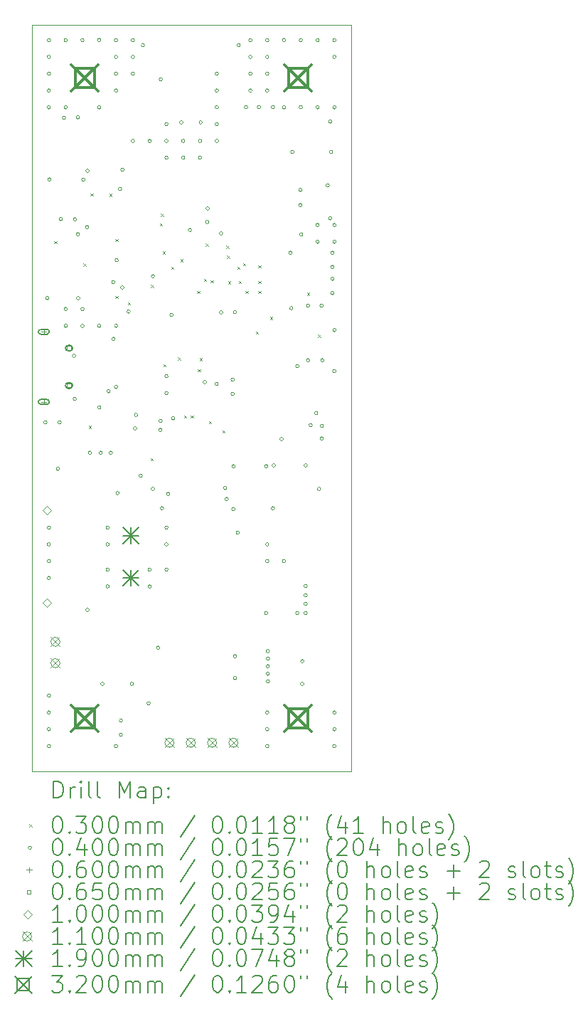
<source format=gbr>
%TF.GenerationSoftware,KiCad,Pcbnew,7.0.6*%
%TF.CreationDate,2023-10-29T11:01:15-05:00*%
%TF.ProjectId,FC,46432e6b-6963-4616-945f-706362585858,V1*%
%TF.SameCoordinates,Original*%
%TF.FileFunction,Drillmap*%
%TF.FilePolarity,Positive*%
%FSLAX45Y45*%
G04 Gerber Fmt 4.5, Leading zero omitted, Abs format (unit mm)*
G04 Created by KiCad (PCBNEW 7.0.6) date 2023-10-29 11:01:15*
%MOMM*%
%LPD*%
G01*
G04 APERTURE LIST*
%ADD10C,0.100000*%
%ADD11C,0.200000*%
%ADD12C,0.030000*%
%ADD13C,0.040000*%
%ADD14C,0.060000*%
%ADD15C,0.065000*%
%ADD16C,0.110000*%
%ADD17C,0.190000*%
%ADD18C,0.320000*%
G04 APERTURE END LIST*
D10*
X15910000Y-7505000D02*
X19707500Y-7505000D01*
X19707500Y-16385000D01*
X15910000Y-16385000D01*
X15910000Y-7505000D01*
D11*
D12*
X16175000Y-10075000D02*
X16205000Y-10105000D01*
X16205000Y-10075000D02*
X16175000Y-10105000D01*
X16520000Y-10345000D02*
X16550000Y-10375000D01*
X16550000Y-10345000D02*
X16520000Y-10375000D01*
X16585000Y-12275000D02*
X16615000Y-12305000D01*
X16615000Y-12275000D02*
X16585000Y-12305000D01*
X16605000Y-9510000D02*
X16635000Y-9540000D01*
X16635000Y-9510000D02*
X16605000Y-9540000D01*
X16830000Y-9515000D02*
X16860000Y-9545000D01*
X16860000Y-9515000D02*
X16830000Y-9545000D01*
X16900000Y-10050000D02*
X16930000Y-10080000D01*
X16930000Y-10050000D02*
X16900000Y-10080000D01*
X16900000Y-10730000D02*
X16930000Y-10760000D01*
X16930000Y-10730000D02*
X16900000Y-10760000D01*
X17050000Y-10805000D02*
X17080000Y-10835000D01*
X17080000Y-10805000D02*
X17050000Y-10835000D01*
X17320000Y-12660000D02*
X17350000Y-12690000D01*
X17350000Y-12660000D02*
X17320000Y-12690000D01*
X17325000Y-10595000D02*
X17355000Y-10625000D01*
X17355000Y-10595000D02*
X17325000Y-10625000D01*
X17430000Y-9865000D02*
X17460000Y-9895000D01*
X17460000Y-9865000D02*
X17430000Y-9895000D01*
X17445000Y-9750000D02*
X17475000Y-9780000D01*
X17475000Y-9750000D02*
X17445000Y-9780000D01*
X17465000Y-10200000D02*
X17495000Y-10230000D01*
X17495000Y-10200000D02*
X17465000Y-10230000D01*
X17475000Y-11540000D02*
X17505000Y-11570000D01*
X17505000Y-11540000D02*
X17475000Y-11570000D01*
X17565000Y-10380000D02*
X17595000Y-10410000D01*
X17595000Y-10380000D02*
X17565000Y-10410000D01*
X17645000Y-11460000D02*
X17675000Y-11490000D01*
X17675000Y-11460000D02*
X17645000Y-11490000D01*
X17675000Y-10290000D02*
X17705000Y-10320000D01*
X17705000Y-10290000D02*
X17675000Y-10320000D01*
X17720000Y-12150000D02*
X17750000Y-12180000D01*
X17750000Y-12150000D02*
X17720000Y-12180000D01*
X17800000Y-12150000D02*
X17830000Y-12180000D01*
X17830000Y-12150000D02*
X17800000Y-12180000D01*
X17875000Y-10670000D02*
X17905000Y-10700000D01*
X17905000Y-10670000D02*
X17875000Y-10700000D01*
X17885000Y-11600000D02*
X17915000Y-11630000D01*
X17915000Y-11600000D02*
X17885000Y-11630000D01*
X17905000Y-11470000D02*
X17935000Y-11500000D01*
X17935000Y-11470000D02*
X17905000Y-11500000D01*
X17955000Y-10525000D02*
X17985000Y-10555000D01*
X17985000Y-10525000D02*
X17955000Y-10555000D01*
X17975000Y-10105000D02*
X18005000Y-10135000D01*
X18005000Y-10105000D02*
X17975000Y-10135000D01*
X18015000Y-12220000D02*
X18045000Y-12250000D01*
X18045000Y-12220000D02*
X18015000Y-12250000D01*
X18035000Y-10540000D02*
X18065000Y-10570000D01*
X18065000Y-10540000D02*
X18035000Y-10570000D01*
X18175000Y-12330000D02*
X18205000Y-12360000D01*
X18205000Y-12330000D02*
X18175000Y-12360000D01*
X18222500Y-10130000D02*
X18252500Y-10160000D01*
X18252500Y-10130000D02*
X18222500Y-10160000D01*
X18232500Y-10250000D02*
X18262500Y-10280000D01*
X18262500Y-10250000D02*
X18232500Y-10280000D01*
X18245000Y-10555000D02*
X18275000Y-10585000D01*
X18275000Y-10555000D02*
X18245000Y-10585000D01*
X18352500Y-10380000D02*
X18382500Y-10410000D01*
X18382500Y-10380000D02*
X18352500Y-10410000D01*
X18372500Y-10550000D02*
X18402500Y-10580000D01*
X18402500Y-10550000D02*
X18372500Y-10580000D01*
X18422500Y-10340000D02*
X18452500Y-10370000D01*
X18452500Y-10340000D02*
X18422500Y-10370000D01*
X18452500Y-10670000D02*
X18482500Y-10700000D01*
X18482500Y-10670000D02*
X18452500Y-10700000D01*
X18575000Y-11150000D02*
X18605000Y-11180000D01*
X18605000Y-11150000D02*
X18575000Y-11180000D01*
X18602500Y-10550000D02*
X18632500Y-10580000D01*
X18632500Y-10550000D02*
X18602500Y-10580000D01*
X18602500Y-10670000D02*
X18632500Y-10700000D01*
X18632500Y-10670000D02*
X18602500Y-10700000D01*
X18605000Y-10365000D02*
X18635000Y-10395000D01*
X18635000Y-10365000D02*
X18605000Y-10395000D01*
X18745000Y-10980000D02*
X18775000Y-11010000D01*
X18775000Y-10980000D02*
X18745000Y-11010000D01*
X19185000Y-10690000D02*
X19215000Y-10720000D01*
X19215000Y-10690000D02*
X19185000Y-10720000D01*
X19315000Y-11190000D02*
X19345000Y-11220000D01*
X19345000Y-11190000D02*
X19315000Y-11220000D01*
D13*
X16088500Y-12232500D02*
G75*
G03*
X16088500Y-12232500I-20000J0D01*
G01*
X16110000Y-10755000D02*
G75*
G03*
X16110000Y-10755000I-20000J0D01*
G01*
X16130000Y-7685000D02*
G75*
G03*
X16130000Y-7685000I-20000J0D01*
G01*
X16130000Y-7885000D02*
G75*
G03*
X16130000Y-7885000I-20000J0D01*
G01*
X16130000Y-8085000D02*
G75*
G03*
X16130000Y-8085000I-20000J0D01*
G01*
X16130000Y-8285000D02*
G75*
G03*
X16130000Y-8285000I-20000J0D01*
G01*
X16130000Y-8485000D02*
G75*
G03*
X16130000Y-8485000I-20000J0D01*
G01*
X16130000Y-13485000D02*
G75*
G03*
X16130000Y-13485000I-20000J0D01*
G01*
X16130000Y-13685000D02*
G75*
G03*
X16130000Y-13685000I-20000J0D01*
G01*
X16130000Y-13885000D02*
G75*
G03*
X16130000Y-13885000I-20000J0D01*
G01*
X16130000Y-14085000D02*
G75*
G03*
X16130000Y-14085000I-20000J0D01*
G01*
X16130000Y-15485000D02*
G75*
G03*
X16130000Y-15485000I-20000J0D01*
G01*
X16130000Y-15685000D02*
G75*
G03*
X16130000Y-15685000I-20000J0D01*
G01*
X16130000Y-15885000D02*
G75*
G03*
X16130000Y-15885000I-20000J0D01*
G01*
X16130000Y-16085000D02*
G75*
G03*
X16130000Y-16085000I-20000J0D01*
G01*
X16135000Y-9342500D02*
G75*
G03*
X16135000Y-9342500I-20000J0D01*
G01*
X16237500Y-12785000D02*
G75*
G03*
X16237500Y-12785000I-20000J0D01*
G01*
X16257500Y-12232500D02*
G75*
G03*
X16257500Y-12232500I-20000J0D01*
G01*
X16272500Y-9815000D02*
G75*
G03*
X16272500Y-9815000I-20000J0D01*
G01*
X16310000Y-8610000D02*
G75*
G03*
X16310000Y-8610000I-20000J0D01*
G01*
X16330000Y-7685000D02*
G75*
G03*
X16330000Y-7685000I-20000J0D01*
G01*
X16330000Y-8485000D02*
G75*
G03*
X16330000Y-8485000I-20000J0D01*
G01*
X16330000Y-10885000D02*
G75*
G03*
X16330000Y-10885000I-20000J0D01*
G01*
X16330000Y-11085000D02*
G75*
G03*
X16330000Y-11085000I-20000J0D01*
G01*
X16430000Y-11442500D02*
G75*
G03*
X16430000Y-11442500I-20000J0D01*
G01*
X16437500Y-11955000D02*
G75*
G03*
X16437500Y-11955000I-20000J0D01*
G01*
X16440000Y-9817500D02*
G75*
G03*
X16440000Y-9817500I-20000J0D01*
G01*
X16475000Y-8605000D02*
G75*
G03*
X16475000Y-8605000I-20000J0D01*
G01*
X16475000Y-9995000D02*
G75*
G03*
X16475000Y-9995000I-20000J0D01*
G01*
X16480000Y-10755000D02*
G75*
G03*
X16480000Y-10755000I-20000J0D01*
G01*
X16530000Y-7685000D02*
G75*
G03*
X16530000Y-7685000I-20000J0D01*
G01*
X16530000Y-10885000D02*
G75*
G03*
X16530000Y-10885000I-20000J0D01*
G01*
X16530000Y-11085000D02*
G75*
G03*
X16530000Y-11085000I-20000J0D01*
G01*
X16540000Y-9347500D02*
G75*
G03*
X16540000Y-9347500I-20000J0D01*
G01*
X16585000Y-9910000D02*
G75*
G03*
X16585000Y-9910000I-20000J0D01*
G01*
X16590000Y-9240000D02*
G75*
G03*
X16590000Y-9240000I-20000J0D01*
G01*
X16590000Y-14465000D02*
G75*
G03*
X16590000Y-14465000I-20000J0D01*
G01*
X16617500Y-12595000D02*
G75*
G03*
X16617500Y-12595000I-20000J0D01*
G01*
X16730000Y-7685000D02*
G75*
G03*
X16730000Y-7685000I-20000J0D01*
G01*
X16730000Y-8485000D02*
G75*
G03*
X16730000Y-8485000I-20000J0D01*
G01*
X16730000Y-11085000D02*
G75*
G03*
X16730000Y-11085000I-20000J0D01*
G01*
X16730000Y-12055000D02*
G75*
G03*
X16730000Y-12055000I-20000J0D01*
G01*
X16747500Y-12595000D02*
G75*
G03*
X16747500Y-12595000I-20000J0D01*
G01*
X16767500Y-15345000D02*
G75*
G03*
X16767500Y-15345000I-20000J0D01*
G01*
X16830000Y-13485000D02*
G75*
G03*
X16830000Y-13485000I-20000J0D01*
G01*
X16830000Y-13685000D02*
G75*
G03*
X16830000Y-13685000I-20000J0D01*
G01*
X16830000Y-13985000D02*
G75*
G03*
X16830000Y-13985000I-20000J0D01*
G01*
X16830000Y-14185000D02*
G75*
G03*
X16830000Y-14185000I-20000J0D01*
G01*
X16840000Y-11862500D02*
G75*
G03*
X16840000Y-11862500I-20000J0D01*
G01*
X16867500Y-12595000D02*
G75*
G03*
X16867500Y-12595000I-20000J0D01*
G01*
X16897500Y-10565000D02*
G75*
G03*
X16897500Y-10565000I-20000J0D01*
G01*
X16900000Y-11240836D02*
G75*
G03*
X16900000Y-11240836I-20000J0D01*
G01*
X16930000Y-7685000D02*
G75*
G03*
X16930000Y-7685000I-20000J0D01*
G01*
X16930000Y-7885000D02*
G75*
G03*
X16930000Y-7885000I-20000J0D01*
G01*
X16930000Y-8085000D02*
G75*
G03*
X16930000Y-8085000I-20000J0D01*
G01*
X16930000Y-8285000D02*
G75*
G03*
X16930000Y-8285000I-20000J0D01*
G01*
X16930000Y-11085000D02*
G75*
G03*
X16930000Y-11085000I-20000J0D01*
G01*
X16930000Y-11812500D02*
G75*
G03*
X16930000Y-11812500I-20000J0D01*
G01*
X16930000Y-16085000D02*
G75*
G03*
X16930000Y-16085000I-20000J0D01*
G01*
X16937500Y-10305000D02*
G75*
G03*
X16937500Y-10305000I-20000J0D01*
G01*
X16947500Y-13075000D02*
G75*
G03*
X16947500Y-13075000I-20000J0D01*
G01*
X16977500Y-9455000D02*
G75*
G03*
X16977500Y-9455000I-20000J0D01*
G01*
X16987500Y-15779687D02*
G75*
G03*
X16987500Y-15779687I-20000J0D01*
G01*
X16987500Y-15949687D02*
G75*
G03*
X16987500Y-15949687I-20000J0D01*
G01*
X17005000Y-9227500D02*
G75*
G03*
X17005000Y-9227500I-20000J0D01*
G01*
X17005000Y-10627500D02*
G75*
G03*
X17005000Y-10627500I-20000J0D01*
G01*
X17080000Y-10915000D02*
G75*
G03*
X17080000Y-10915000I-20000J0D01*
G01*
X17117500Y-15345000D02*
G75*
G03*
X17117500Y-15345000I-20000J0D01*
G01*
X17130000Y-7685000D02*
G75*
G03*
X17130000Y-7685000I-20000J0D01*
G01*
X17130000Y-7885000D02*
G75*
G03*
X17130000Y-7885000I-20000J0D01*
G01*
X17130000Y-8085000D02*
G75*
G03*
X17130000Y-8085000I-20000J0D01*
G01*
X17130000Y-8885000D02*
G75*
G03*
X17130000Y-8885000I-20000J0D01*
G01*
X17157500Y-12305000D02*
G75*
G03*
X17157500Y-12305000I-20000J0D01*
G01*
X17167500Y-12145000D02*
G75*
G03*
X17167500Y-12145000I-20000J0D01*
G01*
X17222500Y-12867500D02*
G75*
G03*
X17222500Y-12867500I-20000J0D01*
G01*
X17250000Y-7745000D02*
G75*
G03*
X17250000Y-7745000I-20000J0D01*
G01*
X17317500Y-15575000D02*
G75*
G03*
X17317500Y-15575000I-20000J0D01*
G01*
X17330000Y-8885000D02*
G75*
G03*
X17330000Y-8885000I-20000J0D01*
G01*
X17330000Y-13985000D02*
G75*
G03*
X17330000Y-13985000I-20000J0D01*
G01*
X17330000Y-14185000D02*
G75*
G03*
X17330000Y-14185000I-20000J0D01*
G01*
X17367500Y-13025000D02*
G75*
G03*
X17367500Y-13025000I-20000J0D01*
G01*
X17370000Y-10495000D02*
G75*
G03*
X17370000Y-10495000I-20000J0D01*
G01*
X17430000Y-14915000D02*
G75*
G03*
X17430000Y-14915000I-20000J0D01*
G01*
X17457500Y-12325000D02*
G75*
G03*
X17457500Y-12325000I-20000J0D01*
G01*
X17460000Y-12215000D02*
G75*
G03*
X17460000Y-12215000I-20000J0D01*
G01*
X17462198Y-8151133D02*
G75*
G03*
X17462198Y-8151133I-20000J0D01*
G01*
X17477500Y-13255000D02*
G75*
G03*
X17477500Y-13255000I-20000J0D01*
G01*
X17530000Y-8685000D02*
G75*
G03*
X17530000Y-8685000I-20000J0D01*
G01*
X17530000Y-8885000D02*
G75*
G03*
X17530000Y-8885000I-20000J0D01*
G01*
X17530000Y-9085000D02*
G75*
G03*
X17530000Y-9085000I-20000J0D01*
G01*
X17530000Y-11685000D02*
G75*
G03*
X17530000Y-11685000I-20000J0D01*
G01*
X17530000Y-11885000D02*
G75*
G03*
X17530000Y-11885000I-20000J0D01*
G01*
X17530000Y-13485000D02*
G75*
G03*
X17530000Y-13485000I-20000J0D01*
G01*
X17530000Y-13685000D02*
G75*
G03*
X17530000Y-13685000I-20000J0D01*
G01*
X17530000Y-13985000D02*
G75*
G03*
X17530000Y-13985000I-20000J0D01*
G01*
X17550000Y-13085000D02*
G75*
G03*
X17550000Y-13085000I-20000J0D01*
G01*
X17590000Y-10955000D02*
G75*
G03*
X17590000Y-10955000I-20000J0D01*
G01*
X17610000Y-12185000D02*
G75*
G03*
X17610000Y-12185000I-20000J0D01*
G01*
X17707500Y-8665000D02*
G75*
G03*
X17707500Y-8665000I-20000J0D01*
G01*
X17730000Y-8885000D02*
G75*
G03*
X17730000Y-8885000I-20000J0D01*
G01*
X17730000Y-9085000D02*
G75*
G03*
X17730000Y-9085000I-20000J0D01*
G01*
X17810000Y-9944195D02*
G75*
G03*
X17810000Y-9944195I-20000J0D01*
G01*
X17930000Y-8885000D02*
G75*
G03*
X17930000Y-8885000I-20000J0D01*
G01*
X17930000Y-9085000D02*
G75*
G03*
X17930000Y-9085000I-20000J0D01*
G01*
X17937500Y-8665000D02*
G75*
G03*
X17937500Y-8665000I-20000J0D01*
G01*
X17987500Y-11755000D02*
G75*
G03*
X17987500Y-11755000I-20000J0D01*
G01*
X18015000Y-9850000D02*
G75*
G03*
X18015000Y-9850000I-20000J0D01*
G01*
X18020000Y-9690000D02*
G75*
G03*
X18020000Y-9690000I-20000J0D01*
G01*
X18127500Y-11775000D02*
G75*
G03*
X18127500Y-11775000I-20000J0D01*
G01*
X18130000Y-8085000D02*
G75*
G03*
X18130000Y-8085000I-20000J0D01*
G01*
X18130000Y-8285000D02*
G75*
G03*
X18130000Y-8285000I-20000J0D01*
G01*
X18130000Y-8485000D02*
G75*
G03*
X18130000Y-8485000I-20000J0D01*
G01*
X18130000Y-8685000D02*
G75*
G03*
X18130000Y-8685000I-20000J0D01*
G01*
X18130000Y-8885000D02*
G75*
G03*
X18130000Y-8885000I-20000J0D01*
G01*
X18180000Y-9985000D02*
G75*
G03*
X18180000Y-9985000I-20000J0D01*
G01*
X18180205Y-10925259D02*
G75*
G03*
X18180205Y-10925259I-20000J0D01*
G01*
X18230000Y-13015000D02*
G75*
G03*
X18230000Y-13015000I-20000J0D01*
G01*
X18247500Y-13145000D02*
G75*
G03*
X18247500Y-13145000I-20000J0D01*
G01*
X18317500Y-11725000D02*
G75*
G03*
X18317500Y-11725000I-20000J0D01*
G01*
X18317500Y-11895000D02*
G75*
G03*
X18317500Y-11895000I-20000J0D01*
G01*
X18327500Y-12755000D02*
G75*
G03*
X18327500Y-12755000I-20000J0D01*
G01*
X18327500Y-13265000D02*
G75*
G03*
X18327500Y-13265000I-20000J0D01*
G01*
X18344988Y-10922561D02*
G75*
G03*
X18344988Y-10922561I-20000J0D01*
G01*
X18347500Y-15015000D02*
G75*
G03*
X18347500Y-15015000I-20000J0D01*
G01*
X18347500Y-15275000D02*
G75*
G03*
X18347500Y-15275000I-20000J0D01*
G01*
X18380000Y-13545000D02*
G75*
G03*
X18380000Y-13545000I-20000J0D01*
G01*
X18390000Y-7745000D02*
G75*
G03*
X18390000Y-7745000I-20000J0D01*
G01*
X18477500Y-8485000D02*
G75*
G03*
X18477500Y-8485000I-20000J0D01*
G01*
X18530000Y-7685000D02*
G75*
G03*
X18530000Y-7685000I-20000J0D01*
G01*
X18530000Y-7885000D02*
G75*
G03*
X18530000Y-7885000I-20000J0D01*
G01*
X18530000Y-8085000D02*
G75*
G03*
X18530000Y-8085000I-20000J0D01*
G01*
X18530000Y-8285000D02*
G75*
G03*
X18530000Y-8285000I-20000J0D01*
G01*
X18632500Y-8482500D02*
G75*
G03*
X18632500Y-8482500I-20000J0D01*
G01*
X18717500Y-12755000D02*
G75*
G03*
X18717500Y-12755000I-20000J0D01*
G01*
X18717500Y-14501250D02*
G75*
G03*
X18717500Y-14501250I-20000J0D01*
G01*
X18730000Y-7685000D02*
G75*
G03*
X18730000Y-7685000I-20000J0D01*
G01*
X18730000Y-7885000D02*
G75*
G03*
X18730000Y-7885000I-20000J0D01*
G01*
X18730000Y-8085000D02*
G75*
G03*
X18730000Y-8085000I-20000J0D01*
G01*
X18730000Y-8285000D02*
G75*
G03*
X18730000Y-8285000I-20000J0D01*
G01*
X18730000Y-13685000D02*
G75*
G03*
X18730000Y-13685000I-20000J0D01*
G01*
X18730000Y-13885000D02*
G75*
G03*
X18730000Y-13885000I-20000J0D01*
G01*
X18730000Y-15685000D02*
G75*
G03*
X18730000Y-15685000I-20000J0D01*
G01*
X18730000Y-15885000D02*
G75*
G03*
X18730000Y-15885000I-20000J0D01*
G01*
X18730000Y-16085000D02*
G75*
G03*
X18730000Y-16085000I-20000J0D01*
G01*
X18737500Y-14955000D02*
G75*
G03*
X18737500Y-14955000I-20000J0D01*
G01*
X18737500Y-15045000D02*
G75*
G03*
X18737500Y-15045000I-20000J0D01*
G01*
X18737500Y-15135000D02*
G75*
G03*
X18737500Y-15135000I-20000J0D01*
G01*
X18737500Y-15225000D02*
G75*
G03*
X18737500Y-15225000I-20000J0D01*
G01*
X18737500Y-15315000D02*
G75*
G03*
X18737500Y-15315000I-20000J0D01*
G01*
X18797500Y-8482500D02*
G75*
G03*
X18797500Y-8482500I-20000J0D01*
G01*
X18797500Y-13255000D02*
G75*
G03*
X18797500Y-13255000I-20000J0D01*
G01*
X18807500Y-12745000D02*
G75*
G03*
X18807500Y-12745000I-20000J0D01*
G01*
X18900000Y-12432500D02*
G75*
G03*
X18900000Y-12432500I-20000J0D01*
G01*
X18930000Y-7685000D02*
G75*
G03*
X18930000Y-7685000I-20000J0D01*
G01*
X18930000Y-8485000D02*
G75*
G03*
X18930000Y-8485000I-20000J0D01*
G01*
X18930000Y-13885000D02*
G75*
G03*
X18930000Y-13885000I-20000J0D01*
G01*
X19007500Y-10215000D02*
G75*
G03*
X19007500Y-10215000I-20000J0D01*
G01*
X19017500Y-10875000D02*
G75*
G03*
X19017500Y-10875000I-20000J0D01*
G01*
X19030000Y-9015000D02*
G75*
G03*
X19030000Y-9015000I-20000J0D01*
G01*
X19087500Y-14501250D02*
G75*
G03*
X19087500Y-14501250I-20000J0D01*
G01*
X19090000Y-11565000D02*
G75*
G03*
X19090000Y-11565000I-20000J0D01*
G01*
X19125000Y-9467500D02*
G75*
G03*
X19125000Y-9467500I-20000J0D01*
G01*
X19125000Y-9647500D02*
G75*
G03*
X19125000Y-9647500I-20000J0D01*
G01*
X19130000Y-7685000D02*
G75*
G03*
X19130000Y-7685000I-20000J0D01*
G01*
X19130000Y-8485000D02*
G75*
G03*
X19130000Y-8485000I-20000J0D01*
G01*
X19135000Y-9997500D02*
G75*
G03*
X19135000Y-9997500I-20000J0D01*
G01*
X19147500Y-15075000D02*
G75*
G03*
X19147500Y-15075000I-20000J0D01*
G01*
X19147500Y-15345000D02*
G75*
G03*
X19147500Y-15345000I-20000J0D01*
G01*
X19187500Y-12745000D02*
G75*
G03*
X19187500Y-12745000I-20000J0D01*
G01*
X19187500Y-14181250D02*
G75*
G03*
X19187500Y-14181250I-20000J0D01*
G01*
X19187500Y-14291250D02*
G75*
G03*
X19187500Y-14291250I-20000J0D01*
G01*
X19187500Y-14391250D02*
G75*
G03*
X19187500Y-14391250I-20000J0D01*
G01*
X19187500Y-14501250D02*
G75*
G03*
X19187500Y-14501250I-20000J0D01*
G01*
X19217500Y-10845000D02*
G75*
G03*
X19217500Y-10845000I-20000J0D01*
G01*
X19217500Y-11495000D02*
G75*
G03*
X19217500Y-11495000I-20000J0D01*
G01*
X19247500Y-12265000D02*
G75*
G03*
X19247500Y-12265000I-20000J0D01*
G01*
X19312790Y-12122500D02*
G75*
G03*
X19312790Y-12122500I-20000J0D01*
G01*
X19330000Y-7685000D02*
G75*
G03*
X19330000Y-7685000I-20000J0D01*
G01*
X19330000Y-8485000D02*
G75*
G03*
X19330000Y-8485000I-20000J0D01*
G01*
X19330000Y-9885000D02*
G75*
G03*
X19330000Y-9885000I-20000J0D01*
G01*
X19330000Y-10085000D02*
G75*
G03*
X19330000Y-10085000I-20000J0D01*
G01*
X19347500Y-13025000D02*
G75*
G03*
X19347500Y-13025000I-20000J0D01*
G01*
X19377500Y-10845000D02*
G75*
G03*
X19377500Y-10845000I-20000J0D01*
G01*
X19380000Y-12275000D02*
G75*
G03*
X19380000Y-12275000I-20000J0D01*
G01*
X19380000Y-12425000D02*
G75*
G03*
X19380000Y-12425000I-20000J0D01*
G01*
X19387500Y-11495000D02*
G75*
G03*
X19387500Y-11495000I-20000J0D01*
G01*
X19450000Y-9415000D02*
G75*
G03*
X19450000Y-9415000I-20000J0D01*
G01*
X19480000Y-8655000D02*
G75*
G03*
X19480000Y-8655000I-20000J0D01*
G01*
X19480000Y-9805000D02*
G75*
G03*
X19480000Y-9805000I-20000J0D01*
G01*
X19490000Y-9015000D02*
G75*
G03*
X19490000Y-9015000I-20000J0D01*
G01*
X19507500Y-10215000D02*
G75*
G03*
X19507500Y-10215000I-20000J0D01*
G01*
X19507500Y-10385000D02*
G75*
G03*
X19507500Y-10385000I-20000J0D01*
G01*
X19507500Y-10525000D02*
G75*
G03*
X19507500Y-10525000I-20000J0D01*
G01*
X19507500Y-10695000D02*
G75*
G03*
X19507500Y-10695000I-20000J0D01*
G01*
X19530000Y-7685000D02*
G75*
G03*
X19530000Y-7685000I-20000J0D01*
G01*
X19530000Y-7885000D02*
G75*
G03*
X19530000Y-7885000I-20000J0D01*
G01*
X19530000Y-8485000D02*
G75*
G03*
X19530000Y-8485000I-20000J0D01*
G01*
X19530000Y-9885000D02*
G75*
G03*
X19530000Y-9885000I-20000J0D01*
G01*
X19530000Y-10085000D02*
G75*
G03*
X19530000Y-10085000I-20000J0D01*
G01*
X19530000Y-11135000D02*
G75*
G03*
X19530000Y-11135000I-20000J0D01*
G01*
X19530000Y-11625000D02*
G75*
G03*
X19530000Y-11625000I-20000J0D01*
G01*
X19530000Y-15685000D02*
G75*
G03*
X19530000Y-15685000I-20000J0D01*
G01*
X19530000Y-15885000D02*
G75*
G03*
X19530000Y-15885000I-20000J0D01*
G01*
X19530000Y-16085000D02*
G75*
G03*
X19530000Y-16085000I-20000J0D01*
G01*
D14*
X16050000Y-11125000D02*
X16050000Y-11185000D01*
X16020000Y-11155000D02*
X16080000Y-11155000D01*
D11*
X16085000Y-11125000D02*
X16015000Y-11125000D01*
X16015000Y-11125000D02*
G75*
G03*
X16015000Y-11185000I0J-30000D01*
G01*
X16015000Y-11185000D02*
X16085000Y-11185000D01*
X16085000Y-11185000D02*
G75*
G03*
X16085000Y-11125000I0J30000D01*
G01*
D14*
X16050000Y-11960000D02*
X16050000Y-12020000D01*
X16020000Y-11990000D02*
X16080000Y-11990000D01*
D11*
X16085000Y-11960000D02*
X16015000Y-11960000D01*
X16015000Y-11960000D02*
G75*
G03*
X16015000Y-12020000I0J-30000D01*
G01*
X16015000Y-12020000D02*
X16085000Y-12020000D01*
X16085000Y-12020000D02*
G75*
G03*
X16085000Y-11960000I0J30000D01*
G01*
D15*
X16372981Y-11372981D02*
X16372981Y-11327019D01*
X16327019Y-11327019D01*
X16327019Y-11372981D01*
X16372981Y-11372981D01*
D11*
X16360000Y-11317500D02*
X16340000Y-11317500D01*
X16340000Y-11317500D02*
G75*
G03*
X16340000Y-11382500I0J-32500D01*
G01*
X16340000Y-11382500D02*
X16360000Y-11382500D01*
X16360000Y-11382500D02*
G75*
G03*
X16360000Y-11317500I0J32500D01*
G01*
D15*
X16372981Y-11817981D02*
X16372981Y-11772019D01*
X16327019Y-11772019D01*
X16327019Y-11817981D01*
X16372981Y-11817981D01*
D11*
X16360000Y-11762500D02*
X16340000Y-11762500D01*
X16340000Y-11762500D02*
G75*
G03*
X16340000Y-11827500I0J-32500D01*
G01*
X16340000Y-11827500D02*
X16360000Y-11827500D01*
X16360000Y-11827500D02*
G75*
G03*
X16360000Y-11762500I0J32500D01*
G01*
D10*
X16085000Y-13331250D02*
X16135000Y-13281250D01*
X16085000Y-13231250D01*
X16035000Y-13281250D01*
X16085000Y-13331250D01*
X16085000Y-14431250D02*
X16135000Y-14381250D01*
X16085000Y-14331250D01*
X16035000Y-14381250D01*
X16085000Y-14431250D01*
D16*
X16132500Y-14790000D02*
X16242500Y-14900000D01*
X16242500Y-14790000D02*
X16132500Y-14900000D01*
X16242500Y-14845000D02*
G75*
G03*
X16242500Y-14845000I-55000J0D01*
G01*
X16132500Y-15044000D02*
X16242500Y-15154000D01*
X16242500Y-15044000D02*
X16132500Y-15154000D01*
X16242500Y-15099000D02*
G75*
G03*
X16242500Y-15099000I-55000J0D01*
G01*
X17490500Y-15990000D02*
X17600500Y-16100000D01*
X17600500Y-15990000D02*
X17490500Y-16100000D01*
X17600500Y-16045000D02*
G75*
G03*
X17600500Y-16045000I-55000J0D01*
G01*
X17744500Y-15990000D02*
X17854500Y-16100000D01*
X17854500Y-15990000D02*
X17744500Y-16100000D01*
X17854500Y-16045000D02*
G75*
G03*
X17854500Y-16045000I-55000J0D01*
G01*
X17998500Y-15990000D02*
X18108500Y-16100000D01*
X18108500Y-15990000D02*
X17998500Y-16100000D01*
X18108500Y-16045000D02*
G75*
G03*
X18108500Y-16045000I-55000J0D01*
G01*
X18252500Y-15990000D02*
X18362500Y-16100000D01*
X18362500Y-15990000D02*
X18252500Y-16100000D01*
X18362500Y-16045000D02*
G75*
G03*
X18362500Y-16045000I-55000J0D01*
G01*
D17*
X16990000Y-13486250D02*
X17180000Y-13676250D01*
X17180000Y-13486250D02*
X16990000Y-13676250D01*
X17085000Y-13486250D02*
X17085000Y-13676250D01*
X16990000Y-13581250D02*
X17180000Y-13581250D01*
X16990000Y-13986250D02*
X17180000Y-14176250D01*
X17180000Y-13986250D02*
X16990000Y-14176250D01*
X17085000Y-13986250D02*
X17085000Y-14176250D01*
X16990000Y-14081250D02*
X17180000Y-14081250D01*
D18*
X16377500Y-7975000D02*
X16697500Y-8295000D01*
X16697500Y-7975000D02*
X16377500Y-8295000D01*
X16650638Y-8248138D02*
X16650638Y-8021862D01*
X16424362Y-8021862D01*
X16424362Y-8248138D01*
X16650638Y-8248138D01*
X16377500Y-15595000D02*
X16697500Y-15915000D01*
X16697500Y-15595000D02*
X16377500Y-15915000D01*
X16650638Y-15868138D02*
X16650638Y-15641862D01*
X16424362Y-15641862D01*
X16424362Y-15868138D01*
X16650638Y-15868138D01*
X18917500Y-7975000D02*
X19237500Y-8295000D01*
X19237500Y-7975000D02*
X18917500Y-8295000D01*
X19190638Y-8248138D02*
X19190638Y-8021862D01*
X18964362Y-8021862D01*
X18964362Y-8248138D01*
X19190638Y-8248138D01*
X18917500Y-15595000D02*
X19237500Y-15915000D01*
X19237500Y-15595000D02*
X18917500Y-15915000D01*
X19190638Y-15868138D02*
X19190638Y-15641862D01*
X18964362Y-15641862D01*
X18964362Y-15868138D01*
X19190638Y-15868138D01*
D11*
X16165777Y-16701484D02*
X16165777Y-16501484D01*
X16165777Y-16501484D02*
X16213396Y-16501484D01*
X16213396Y-16501484D02*
X16241967Y-16511008D01*
X16241967Y-16511008D02*
X16261015Y-16530055D01*
X16261015Y-16530055D02*
X16270539Y-16549103D01*
X16270539Y-16549103D02*
X16280062Y-16587198D01*
X16280062Y-16587198D02*
X16280062Y-16615769D01*
X16280062Y-16615769D02*
X16270539Y-16653865D01*
X16270539Y-16653865D02*
X16261015Y-16672912D01*
X16261015Y-16672912D02*
X16241967Y-16691960D01*
X16241967Y-16691960D02*
X16213396Y-16701484D01*
X16213396Y-16701484D02*
X16165777Y-16701484D01*
X16365777Y-16701484D02*
X16365777Y-16568150D01*
X16365777Y-16606246D02*
X16375301Y-16587198D01*
X16375301Y-16587198D02*
X16384824Y-16577674D01*
X16384824Y-16577674D02*
X16403872Y-16568150D01*
X16403872Y-16568150D02*
X16422920Y-16568150D01*
X16489586Y-16701484D02*
X16489586Y-16568150D01*
X16489586Y-16501484D02*
X16480062Y-16511008D01*
X16480062Y-16511008D02*
X16489586Y-16520531D01*
X16489586Y-16520531D02*
X16499110Y-16511008D01*
X16499110Y-16511008D02*
X16489586Y-16501484D01*
X16489586Y-16501484D02*
X16489586Y-16520531D01*
X16613396Y-16701484D02*
X16594348Y-16691960D01*
X16594348Y-16691960D02*
X16584824Y-16672912D01*
X16584824Y-16672912D02*
X16584824Y-16501484D01*
X16718158Y-16701484D02*
X16699110Y-16691960D01*
X16699110Y-16691960D02*
X16689586Y-16672912D01*
X16689586Y-16672912D02*
X16689586Y-16501484D01*
X16946729Y-16701484D02*
X16946729Y-16501484D01*
X16946729Y-16501484D02*
X17013396Y-16644341D01*
X17013396Y-16644341D02*
X17080063Y-16501484D01*
X17080063Y-16501484D02*
X17080063Y-16701484D01*
X17261015Y-16701484D02*
X17261015Y-16596722D01*
X17261015Y-16596722D02*
X17251491Y-16577674D01*
X17251491Y-16577674D02*
X17232444Y-16568150D01*
X17232444Y-16568150D02*
X17194348Y-16568150D01*
X17194348Y-16568150D02*
X17175301Y-16577674D01*
X17261015Y-16691960D02*
X17241967Y-16701484D01*
X17241967Y-16701484D02*
X17194348Y-16701484D01*
X17194348Y-16701484D02*
X17175301Y-16691960D01*
X17175301Y-16691960D02*
X17165777Y-16672912D01*
X17165777Y-16672912D02*
X17165777Y-16653865D01*
X17165777Y-16653865D02*
X17175301Y-16634817D01*
X17175301Y-16634817D02*
X17194348Y-16625293D01*
X17194348Y-16625293D02*
X17241967Y-16625293D01*
X17241967Y-16625293D02*
X17261015Y-16615769D01*
X17356253Y-16568150D02*
X17356253Y-16768150D01*
X17356253Y-16577674D02*
X17375301Y-16568150D01*
X17375301Y-16568150D02*
X17413396Y-16568150D01*
X17413396Y-16568150D02*
X17432444Y-16577674D01*
X17432444Y-16577674D02*
X17441967Y-16587198D01*
X17441967Y-16587198D02*
X17451491Y-16606246D01*
X17451491Y-16606246D02*
X17451491Y-16663388D01*
X17451491Y-16663388D02*
X17441967Y-16682436D01*
X17441967Y-16682436D02*
X17432444Y-16691960D01*
X17432444Y-16691960D02*
X17413396Y-16701484D01*
X17413396Y-16701484D02*
X17375301Y-16701484D01*
X17375301Y-16701484D02*
X17356253Y-16691960D01*
X17537205Y-16682436D02*
X17546729Y-16691960D01*
X17546729Y-16691960D02*
X17537205Y-16701484D01*
X17537205Y-16701484D02*
X17527682Y-16691960D01*
X17527682Y-16691960D02*
X17537205Y-16682436D01*
X17537205Y-16682436D02*
X17537205Y-16701484D01*
X17537205Y-16577674D02*
X17546729Y-16587198D01*
X17546729Y-16587198D02*
X17537205Y-16596722D01*
X17537205Y-16596722D02*
X17527682Y-16587198D01*
X17527682Y-16587198D02*
X17537205Y-16577674D01*
X17537205Y-16577674D02*
X17537205Y-16596722D01*
D12*
X15875000Y-17015000D02*
X15905000Y-17045000D01*
X15905000Y-17015000D02*
X15875000Y-17045000D01*
D11*
X16203872Y-16921484D02*
X16222920Y-16921484D01*
X16222920Y-16921484D02*
X16241967Y-16931008D01*
X16241967Y-16931008D02*
X16251491Y-16940531D01*
X16251491Y-16940531D02*
X16261015Y-16959579D01*
X16261015Y-16959579D02*
X16270539Y-16997674D01*
X16270539Y-16997674D02*
X16270539Y-17045293D01*
X16270539Y-17045293D02*
X16261015Y-17083389D01*
X16261015Y-17083389D02*
X16251491Y-17102436D01*
X16251491Y-17102436D02*
X16241967Y-17111960D01*
X16241967Y-17111960D02*
X16222920Y-17121484D01*
X16222920Y-17121484D02*
X16203872Y-17121484D01*
X16203872Y-17121484D02*
X16184824Y-17111960D01*
X16184824Y-17111960D02*
X16175301Y-17102436D01*
X16175301Y-17102436D02*
X16165777Y-17083389D01*
X16165777Y-17083389D02*
X16156253Y-17045293D01*
X16156253Y-17045293D02*
X16156253Y-16997674D01*
X16156253Y-16997674D02*
X16165777Y-16959579D01*
X16165777Y-16959579D02*
X16175301Y-16940531D01*
X16175301Y-16940531D02*
X16184824Y-16931008D01*
X16184824Y-16931008D02*
X16203872Y-16921484D01*
X16356253Y-17102436D02*
X16365777Y-17111960D01*
X16365777Y-17111960D02*
X16356253Y-17121484D01*
X16356253Y-17121484D02*
X16346729Y-17111960D01*
X16346729Y-17111960D02*
X16356253Y-17102436D01*
X16356253Y-17102436D02*
X16356253Y-17121484D01*
X16432443Y-16921484D02*
X16556253Y-16921484D01*
X16556253Y-16921484D02*
X16489586Y-16997674D01*
X16489586Y-16997674D02*
X16518158Y-16997674D01*
X16518158Y-16997674D02*
X16537205Y-17007198D01*
X16537205Y-17007198D02*
X16546729Y-17016722D01*
X16546729Y-17016722D02*
X16556253Y-17035770D01*
X16556253Y-17035770D02*
X16556253Y-17083389D01*
X16556253Y-17083389D02*
X16546729Y-17102436D01*
X16546729Y-17102436D02*
X16537205Y-17111960D01*
X16537205Y-17111960D02*
X16518158Y-17121484D01*
X16518158Y-17121484D02*
X16461015Y-17121484D01*
X16461015Y-17121484D02*
X16441967Y-17111960D01*
X16441967Y-17111960D02*
X16432443Y-17102436D01*
X16680062Y-16921484D02*
X16699110Y-16921484D01*
X16699110Y-16921484D02*
X16718158Y-16931008D01*
X16718158Y-16931008D02*
X16727682Y-16940531D01*
X16727682Y-16940531D02*
X16737205Y-16959579D01*
X16737205Y-16959579D02*
X16746729Y-16997674D01*
X16746729Y-16997674D02*
X16746729Y-17045293D01*
X16746729Y-17045293D02*
X16737205Y-17083389D01*
X16737205Y-17083389D02*
X16727682Y-17102436D01*
X16727682Y-17102436D02*
X16718158Y-17111960D01*
X16718158Y-17111960D02*
X16699110Y-17121484D01*
X16699110Y-17121484D02*
X16680062Y-17121484D01*
X16680062Y-17121484D02*
X16661015Y-17111960D01*
X16661015Y-17111960D02*
X16651491Y-17102436D01*
X16651491Y-17102436D02*
X16641967Y-17083389D01*
X16641967Y-17083389D02*
X16632443Y-17045293D01*
X16632443Y-17045293D02*
X16632443Y-16997674D01*
X16632443Y-16997674D02*
X16641967Y-16959579D01*
X16641967Y-16959579D02*
X16651491Y-16940531D01*
X16651491Y-16940531D02*
X16661015Y-16931008D01*
X16661015Y-16931008D02*
X16680062Y-16921484D01*
X16870539Y-16921484D02*
X16889586Y-16921484D01*
X16889586Y-16921484D02*
X16908634Y-16931008D01*
X16908634Y-16931008D02*
X16918158Y-16940531D01*
X16918158Y-16940531D02*
X16927682Y-16959579D01*
X16927682Y-16959579D02*
X16937205Y-16997674D01*
X16937205Y-16997674D02*
X16937205Y-17045293D01*
X16937205Y-17045293D02*
X16927682Y-17083389D01*
X16927682Y-17083389D02*
X16918158Y-17102436D01*
X16918158Y-17102436D02*
X16908634Y-17111960D01*
X16908634Y-17111960D02*
X16889586Y-17121484D01*
X16889586Y-17121484D02*
X16870539Y-17121484D01*
X16870539Y-17121484D02*
X16851491Y-17111960D01*
X16851491Y-17111960D02*
X16841967Y-17102436D01*
X16841967Y-17102436D02*
X16832444Y-17083389D01*
X16832444Y-17083389D02*
X16822920Y-17045293D01*
X16822920Y-17045293D02*
X16822920Y-16997674D01*
X16822920Y-16997674D02*
X16832444Y-16959579D01*
X16832444Y-16959579D02*
X16841967Y-16940531D01*
X16841967Y-16940531D02*
X16851491Y-16931008D01*
X16851491Y-16931008D02*
X16870539Y-16921484D01*
X17022920Y-17121484D02*
X17022920Y-16988150D01*
X17022920Y-17007198D02*
X17032444Y-16997674D01*
X17032444Y-16997674D02*
X17051491Y-16988150D01*
X17051491Y-16988150D02*
X17080063Y-16988150D01*
X17080063Y-16988150D02*
X17099110Y-16997674D01*
X17099110Y-16997674D02*
X17108634Y-17016722D01*
X17108634Y-17016722D02*
X17108634Y-17121484D01*
X17108634Y-17016722D02*
X17118158Y-16997674D01*
X17118158Y-16997674D02*
X17137205Y-16988150D01*
X17137205Y-16988150D02*
X17165777Y-16988150D01*
X17165777Y-16988150D02*
X17184825Y-16997674D01*
X17184825Y-16997674D02*
X17194348Y-17016722D01*
X17194348Y-17016722D02*
X17194348Y-17121484D01*
X17289586Y-17121484D02*
X17289586Y-16988150D01*
X17289586Y-17007198D02*
X17299110Y-16997674D01*
X17299110Y-16997674D02*
X17318158Y-16988150D01*
X17318158Y-16988150D02*
X17346729Y-16988150D01*
X17346729Y-16988150D02*
X17365777Y-16997674D01*
X17365777Y-16997674D02*
X17375301Y-17016722D01*
X17375301Y-17016722D02*
X17375301Y-17121484D01*
X17375301Y-17016722D02*
X17384825Y-16997674D01*
X17384825Y-16997674D02*
X17403872Y-16988150D01*
X17403872Y-16988150D02*
X17432444Y-16988150D01*
X17432444Y-16988150D02*
X17451491Y-16997674D01*
X17451491Y-16997674D02*
X17461015Y-17016722D01*
X17461015Y-17016722D02*
X17461015Y-17121484D01*
X17851491Y-16911960D02*
X17680063Y-17169103D01*
X18108634Y-16921484D02*
X18127682Y-16921484D01*
X18127682Y-16921484D02*
X18146729Y-16931008D01*
X18146729Y-16931008D02*
X18156253Y-16940531D01*
X18156253Y-16940531D02*
X18165777Y-16959579D01*
X18165777Y-16959579D02*
X18175301Y-16997674D01*
X18175301Y-16997674D02*
X18175301Y-17045293D01*
X18175301Y-17045293D02*
X18165777Y-17083389D01*
X18165777Y-17083389D02*
X18156253Y-17102436D01*
X18156253Y-17102436D02*
X18146729Y-17111960D01*
X18146729Y-17111960D02*
X18127682Y-17121484D01*
X18127682Y-17121484D02*
X18108634Y-17121484D01*
X18108634Y-17121484D02*
X18089587Y-17111960D01*
X18089587Y-17111960D02*
X18080063Y-17102436D01*
X18080063Y-17102436D02*
X18070539Y-17083389D01*
X18070539Y-17083389D02*
X18061015Y-17045293D01*
X18061015Y-17045293D02*
X18061015Y-16997674D01*
X18061015Y-16997674D02*
X18070539Y-16959579D01*
X18070539Y-16959579D02*
X18080063Y-16940531D01*
X18080063Y-16940531D02*
X18089587Y-16931008D01*
X18089587Y-16931008D02*
X18108634Y-16921484D01*
X18261015Y-17102436D02*
X18270539Y-17111960D01*
X18270539Y-17111960D02*
X18261015Y-17121484D01*
X18261015Y-17121484D02*
X18251491Y-17111960D01*
X18251491Y-17111960D02*
X18261015Y-17102436D01*
X18261015Y-17102436D02*
X18261015Y-17121484D01*
X18394348Y-16921484D02*
X18413396Y-16921484D01*
X18413396Y-16921484D02*
X18432444Y-16931008D01*
X18432444Y-16931008D02*
X18441968Y-16940531D01*
X18441968Y-16940531D02*
X18451491Y-16959579D01*
X18451491Y-16959579D02*
X18461015Y-16997674D01*
X18461015Y-16997674D02*
X18461015Y-17045293D01*
X18461015Y-17045293D02*
X18451491Y-17083389D01*
X18451491Y-17083389D02*
X18441968Y-17102436D01*
X18441968Y-17102436D02*
X18432444Y-17111960D01*
X18432444Y-17111960D02*
X18413396Y-17121484D01*
X18413396Y-17121484D02*
X18394348Y-17121484D01*
X18394348Y-17121484D02*
X18375301Y-17111960D01*
X18375301Y-17111960D02*
X18365777Y-17102436D01*
X18365777Y-17102436D02*
X18356253Y-17083389D01*
X18356253Y-17083389D02*
X18346729Y-17045293D01*
X18346729Y-17045293D02*
X18346729Y-16997674D01*
X18346729Y-16997674D02*
X18356253Y-16959579D01*
X18356253Y-16959579D02*
X18365777Y-16940531D01*
X18365777Y-16940531D02*
X18375301Y-16931008D01*
X18375301Y-16931008D02*
X18394348Y-16921484D01*
X18651491Y-17121484D02*
X18537206Y-17121484D01*
X18594348Y-17121484D02*
X18594348Y-16921484D01*
X18594348Y-16921484D02*
X18575301Y-16950055D01*
X18575301Y-16950055D02*
X18556253Y-16969103D01*
X18556253Y-16969103D02*
X18537206Y-16978627D01*
X18841968Y-17121484D02*
X18727682Y-17121484D01*
X18784825Y-17121484D02*
X18784825Y-16921484D01*
X18784825Y-16921484D02*
X18765777Y-16950055D01*
X18765777Y-16950055D02*
X18746729Y-16969103D01*
X18746729Y-16969103D02*
X18727682Y-16978627D01*
X18956253Y-17007198D02*
X18937206Y-16997674D01*
X18937206Y-16997674D02*
X18927682Y-16988150D01*
X18927682Y-16988150D02*
X18918158Y-16969103D01*
X18918158Y-16969103D02*
X18918158Y-16959579D01*
X18918158Y-16959579D02*
X18927682Y-16940531D01*
X18927682Y-16940531D02*
X18937206Y-16931008D01*
X18937206Y-16931008D02*
X18956253Y-16921484D01*
X18956253Y-16921484D02*
X18994349Y-16921484D01*
X18994349Y-16921484D02*
X19013396Y-16931008D01*
X19013396Y-16931008D02*
X19022920Y-16940531D01*
X19022920Y-16940531D02*
X19032444Y-16959579D01*
X19032444Y-16959579D02*
X19032444Y-16969103D01*
X19032444Y-16969103D02*
X19022920Y-16988150D01*
X19022920Y-16988150D02*
X19013396Y-16997674D01*
X19013396Y-16997674D02*
X18994349Y-17007198D01*
X18994349Y-17007198D02*
X18956253Y-17007198D01*
X18956253Y-17007198D02*
X18937206Y-17016722D01*
X18937206Y-17016722D02*
X18927682Y-17026246D01*
X18927682Y-17026246D02*
X18918158Y-17045293D01*
X18918158Y-17045293D02*
X18918158Y-17083389D01*
X18918158Y-17083389D02*
X18927682Y-17102436D01*
X18927682Y-17102436D02*
X18937206Y-17111960D01*
X18937206Y-17111960D02*
X18956253Y-17121484D01*
X18956253Y-17121484D02*
X18994349Y-17121484D01*
X18994349Y-17121484D02*
X19013396Y-17111960D01*
X19013396Y-17111960D02*
X19022920Y-17102436D01*
X19022920Y-17102436D02*
X19032444Y-17083389D01*
X19032444Y-17083389D02*
X19032444Y-17045293D01*
X19032444Y-17045293D02*
X19022920Y-17026246D01*
X19022920Y-17026246D02*
X19013396Y-17016722D01*
X19013396Y-17016722D02*
X18994349Y-17007198D01*
X19108634Y-16921484D02*
X19108634Y-16959579D01*
X19184825Y-16921484D02*
X19184825Y-16959579D01*
X19480063Y-17197674D02*
X19470539Y-17188150D01*
X19470539Y-17188150D02*
X19451491Y-17159579D01*
X19451491Y-17159579D02*
X19441968Y-17140531D01*
X19441968Y-17140531D02*
X19432444Y-17111960D01*
X19432444Y-17111960D02*
X19422920Y-17064341D01*
X19422920Y-17064341D02*
X19422920Y-17026246D01*
X19422920Y-17026246D02*
X19432444Y-16978627D01*
X19432444Y-16978627D02*
X19441968Y-16950055D01*
X19441968Y-16950055D02*
X19451491Y-16931008D01*
X19451491Y-16931008D02*
X19470539Y-16902436D01*
X19470539Y-16902436D02*
X19480063Y-16892912D01*
X19641968Y-16988150D02*
X19641968Y-17121484D01*
X19594349Y-16911960D02*
X19546730Y-17054817D01*
X19546730Y-17054817D02*
X19670539Y-17054817D01*
X19851491Y-17121484D02*
X19737206Y-17121484D01*
X19794349Y-17121484D02*
X19794349Y-16921484D01*
X19794349Y-16921484D02*
X19775301Y-16950055D01*
X19775301Y-16950055D02*
X19756253Y-16969103D01*
X19756253Y-16969103D02*
X19737206Y-16978627D01*
X20089587Y-17121484D02*
X20089587Y-16921484D01*
X20175301Y-17121484D02*
X20175301Y-17016722D01*
X20175301Y-17016722D02*
X20165777Y-16997674D01*
X20165777Y-16997674D02*
X20146730Y-16988150D01*
X20146730Y-16988150D02*
X20118158Y-16988150D01*
X20118158Y-16988150D02*
X20099111Y-16997674D01*
X20099111Y-16997674D02*
X20089587Y-17007198D01*
X20299111Y-17121484D02*
X20280063Y-17111960D01*
X20280063Y-17111960D02*
X20270539Y-17102436D01*
X20270539Y-17102436D02*
X20261015Y-17083389D01*
X20261015Y-17083389D02*
X20261015Y-17026246D01*
X20261015Y-17026246D02*
X20270539Y-17007198D01*
X20270539Y-17007198D02*
X20280063Y-16997674D01*
X20280063Y-16997674D02*
X20299111Y-16988150D01*
X20299111Y-16988150D02*
X20327682Y-16988150D01*
X20327682Y-16988150D02*
X20346730Y-16997674D01*
X20346730Y-16997674D02*
X20356253Y-17007198D01*
X20356253Y-17007198D02*
X20365777Y-17026246D01*
X20365777Y-17026246D02*
X20365777Y-17083389D01*
X20365777Y-17083389D02*
X20356253Y-17102436D01*
X20356253Y-17102436D02*
X20346730Y-17111960D01*
X20346730Y-17111960D02*
X20327682Y-17121484D01*
X20327682Y-17121484D02*
X20299111Y-17121484D01*
X20480063Y-17121484D02*
X20461015Y-17111960D01*
X20461015Y-17111960D02*
X20451492Y-17092912D01*
X20451492Y-17092912D02*
X20451492Y-16921484D01*
X20632444Y-17111960D02*
X20613396Y-17121484D01*
X20613396Y-17121484D02*
X20575301Y-17121484D01*
X20575301Y-17121484D02*
X20556253Y-17111960D01*
X20556253Y-17111960D02*
X20546730Y-17092912D01*
X20546730Y-17092912D02*
X20546730Y-17016722D01*
X20546730Y-17016722D02*
X20556253Y-16997674D01*
X20556253Y-16997674D02*
X20575301Y-16988150D01*
X20575301Y-16988150D02*
X20613396Y-16988150D01*
X20613396Y-16988150D02*
X20632444Y-16997674D01*
X20632444Y-16997674D02*
X20641968Y-17016722D01*
X20641968Y-17016722D02*
X20641968Y-17035770D01*
X20641968Y-17035770D02*
X20546730Y-17054817D01*
X20718158Y-17111960D02*
X20737206Y-17121484D01*
X20737206Y-17121484D02*
X20775301Y-17121484D01*
X20775301Y-17121484D02*
X20794349Y-17111960D01*
X20794349Y-17111960D02*
X20803873Y-17092912D01*
X20803873Y-17092912D02*
X20803873Y-17083389D01*
X20803873Y-17083389D02*
X20794349Y-17064341D01*
X20794349Y-17064341D02*
X20775301Y-17054817D01*
X20775301Y-17054817D02*
X20746730Y-17054817D01*
X20746730Y-17054817D02*
X20727682Y-17045293D01*
X20727682Y-17045293D02*
X20718158Y-17026246D01*
X20718158Y-17026246D02*
X20718158Y-17016722D01*
X20718158Y-17016722D02*
X20727682Y-16997674D01*
X20727682Y-16997674D02*
X20746730Y-16988150D01*
X20746730Y-16988150D02*
X20775301Y-16988150D01*
X20775301Y-16988150D02*
X20794349Y-16997674D01*
X20870539Y-17197674D02*
X20880063Y-17188150D01*
X20880063Y-17188150D02*
X20899111Y-17159579D01*
X20899111Y-17159579D02*
X20908634Y-17140531D01*
X20908634Y-17140531D02*
X20918158Y-17111960D01*
X20918158Y-17111960D02*
X20927682Y-17064341D01*
X20927682Y-17064341D02*
X20927682Y-17026246D01*
X20927682Y-17026246D02*
X20918158Y-16978627D01*
X20918158Y-16978627D02*
X20908634Y-16950055D01*
X20908634Y-16950055D02*
X20899111Y-16931008D01*
X20899111Y-16931008D02*
X20880063Y-16902436D01*
X20880063Y-16902436D02*
X20870539Y-16892912D01*
D13*
X15905000Y-17294000D02*
G75*
G03*
X15905000Y-17294000I-20000J0D01*
G01*
D11*
X16203872Y-17185484D02*
X16222920Y-17185484D01*
X16222920Y-17185484D02*
X16241967Y-17195008D01*
X16241967Y-17195008D02*
X16251491Y-17204531D01*
X16251491Y-17204531D02*
X16261015Y-17223579D01*
X16261015Y-17223579D02*
X16270539Y-17261674D01*
X16270539Y-17261674D02*
X16270539Y-17309293D01*
X16270539Y-17309293D02*
X16261015Y-17347389D01*
X16261015Y-17347389D02*
X16251491Y-17366436D01*
X16251491Y-17366436D02*
X16241967Y-17375960D01*
X16241967Y-17375960D02*
X16222920Y-17385484D01*
X16222920Y-17385484D02*
X16203872Y-17385484D01*
X16203872Y-17385484D02*
X16184824Y-17375960D01*
X16184824Y-17375960D02*
X16175301Y-17366436D01*
X16175301Y-17366436D02*
X16165777Y-17347389D01*
X16165777Y-17347389D02*
X16156253Y-17309293D01*
X16156253Y-17309293D02*
X16156253Y-17261674D01*
X16156253Y-17261674D02*
X16165777Y-17223579D01*
X16165777Y-17223579D02*
X16175301Y-17204531D01*
X16175301Y-17204531D02*
X16184824Y-17195008D01*
X16184824Y-17195008D02*
X16203872Y-17185484D01*
X16356253Y-17366436D02*
X16365777Y-17375960D01*
X16365777Y-17375960D02*
X16356253Y-17385484D01*
X16356253Y-17385484D02*
X16346729Y-17375960D01*
X16346729Y-17375960D02*
X16356253Y-17366436D01*
X16356253Y-17366436D02*
X16356253Y-17385484D01*
X16537205Y-17252150D02*
X16537205Y-17385484D01*
X16489586Y-17175960D02*
X16441967Y-17318817D01*
X16441967Y-17318817D02*
X16565777Y-17318817D01*
X16680062Y-17185484D02*
X16699110Y-17185484D01*
X16699110Y-17185484D02*
X16718158Y-17195008D01*
X16718158Y-17195008D02*
X16727682Y-17204531D01*
X16727682Y-17204531D02*
X16737205Y-17223579D01*
X16737205Y-17223579D02*
X16746729Y-17261674D01*
X16746729Y-17261674D02*
X16746729Y-17309293D01*
X16746729Y-17309293D02*
X16737205Y-17347389D01*
X16737205Y-17347389D02*
X16727682Y-17366436D01*
X16727682Y-17366436D02*
X16718158Y-17375960D01*
X16718158Y-17375960D02*
X16699110Y-17385484D01*
X16699110Y-17385484D02*
X16680062Y-17385484D01*
X16680062Y-17385484D02*
X16661015Y-17375960D01*
X16661015Y-17375960D02*
X16651491Y-17366436D01*
X16651491Y-17366436D02*
X16641967Y-17347389D01*
X16641967Y-17347389D02*
X16632443Y-17309293D01*
X16632443Y-17309293D02*
X16632443Y-17261674D01*
X16632443Y-17261674D02*
X16641967Y-17223579D01*
X16641967Y-17223579D02*
X16651491Y-17204531D01*
X16651491Y-17204531D02*
X16661015Y-17195008D01*
X16661015Y-17195008D02*
X16680062Y-17185484D01*
X16870539Y-17185484D02*
X16889586Y-17185484D01*
X16889586Y-17185484D02*
X16908634Y-17195008D01*
X16908634Y-17195008D02*
X16918158Y-17204531D01*
X16918158Y-17204531D02*
X16927682Y-17223579D01*
X16927682Y-17223579D02*
X16937205Y-17261674D01*
X16937205Y-17261674D02*
X16937205Y-17309293D01*
X16937205Y-17309293D02*
X16927682Y-17347389D01*
X16927682Y-17347389D02*
X16918158Y-17366436D01*
X16918158Y-17366436D02*
X16908634Y-17375960D01*
X16908634Y-17375960D02*
X16889586Y-17385484D01*
X16889586Y-17385484D02*
X16870539Y-17385484D01*
X16870539Y-17385484D02*
X16851491Y-17375960D01*
X16851491Y-17375960D02*
X16841967Y-17366436D01*
X16841967Y-17366436D02*
X16832444Y-17347389D01*
X16832444Y-17347389D02*
X16822920Y-17309293D01*
X16822920Y-17309293D02*
X16822920Y-17261674D01*
X16822920Y-17261674D02*
X16832444Y-17223579D01*
X16832444Y-17223579D02*
X16841967Y-17204531D01*
X16841967Y-17204531D02*
X16851491Y-17195008D01*
X16851491Y-17195008D02*
X16870539Y-17185484D01*
X17022920Y-17385484D02*
X17022920Y-17252150D01*
X17022920Y-17271198D02*
X17032444Y-17261674D01*
X17032444Y-17261674D02*
X17051491Y-17252150D01*
X17051491Y-17252150D02*
X17080063Y-17252150D01*
X17080063Y-17252150D02*
X17099110Y-17261674D01*
X17099110Y-17261674D02*
X17108634Y-17280722D01*
X17108634Y-17280722D02*
X17108634Y-17385484D01*
X17108634Y-17280722D02*
X17118158Y-17261674D01*
X17118158Y-17261674D02*
X17137205Y-17252150D01*
X17137205Y-17252150D02*
X17165777Y-17252150D01*
X17165777Y-17252150D02*
X17184825Y-17261674D01*
X17184825Y-17261674D02*
X17194348Y-17280722D01*
X17194348Y-17280722D02*
X17194348Y-17385484D01*
X17289586Y-17385484D02*
X17289586Y-17252150D01*
X17289586Y-17271198D02*
X17299110Y-17261674D01*
X17299110Y-17261674D02*
X17318158Y-17252150D01*
X17318158Y-17252150D02*
X17346729Y-17252150D01*
X17346729Y-17252150D02*
X17365777Y-17261674D01*
X17365777Y-17261674D02*
X17375301Y-17280722D01*
X17375301Y-17280722D02*
X17375301Y-17385484D01*
X17375301Y-17280722D02*
X17384825Y-17261674D01*
X17384825Y-17261674D02*
X17403872Y-17252150D01*
X17403872Y-17252150D02*
X17432444Y-17252150D01*
X17432444Y-17252150D02*
X17451491Y-17261674D01*
X17451491Y-17261674D02*
X17461015Y-17280722D01*
X17461015Y-17280722D02*
X17461015Y-17385484D01*
X17851491Y-17175960D02*
X17680063Y-17433103D01*
X18108634Y-17185484D02*
X18127682Y-17185484D01*
X18127682Y-17185484D02*
X18146729Y-17195008D01*
X18146729Y-17195008D02*
X18156253Y-17204531D01*
X18156253Y-17204531D02*
X18165777Y-17223579D01*
X18165777Y-17223579D02*
X18175301Y-17261674D01*
X18175301Y-17261674D02*
X18175301Y-17309293D01*
X18175301Y-17309293D02*
X18165777Y-17347389D01*
X18165777Y-17347389D02*
X18156253Y-17366436D01*
X18156253Y-17366436D02*
X18146729Y-17375960D01*
X18146729Y-17375960D02*
X18127682Y-17385484D01*
X18127682Y-17385484D02*
X18108634Y-17385484D01*
X18108634Y-17385484D02*
X18089587Y-17375960D01*
X18089587Y-17375960D02*
X18080063Y-17366436D01*
X18080063Y-17366436D02*
X18070539Y-17347389D01*
X18070539Y-17347389D02*
X18061015Y-17309293D01*
X18061015Y-17309293D02*
X18061015Y-17261674D01*
X18061015Y-17261674D02*
X18070539Y-17223579D01*
X18070539Y-17223579D02*
X18080063Y-17204531D01*
X18080063Y-17204531D02*
X18089587Y-17195008D01*
X18089587Y-17195008D02*
X18108634Y-17185484D01*
X18261015Y-17366436D02*
X18270539Y-17375960D01*
X18270539Y-17375960D02*
X18261015Y-17385484D01*
X18261015Y-17385484D02*
X18251491Y-17375960D01*
X18251491Y-17375960D02*
X18261015Y-17366436D01*
X18261015Y-17366436D02*
X18261015Y-17385484D01*
X18394348Y-17185484D02*
X18413396Y-17185484D01*
X18413396Y-17185484D02*
X18432444Y-17195008D01*
X18432444Y-17195008D02*
X18441968Y-17204531D01*
X18441968Y-17204531D02*
X18451491Y-17223579D01*
X18451491Y-17223579D02*
X18461015Y-17261674D01*
X18461015Y-17261674D02*
X18461015Y-17309293D01*
X18461015Y-17309293D02*
X18451491Y-17347389D01*
X18451491Y-17347389D02*
X18441968Y-17366436D01*
X18441968Y-17366436D02*
X18432444Y-17375960D01*
X18432444Y-17375960D02*
X18413396Y-17385484D01*
X18413396Y-17385484D02*
X18394348Y-17385484D01*
X18394348Y-17385484D02*
X18375301Y-17375960D01*
X18375301Y-17375960D02*
X18365777Y-17366436D01*
X18365777Y-17366436D02*
X18356253Y-17347389D01*
X18356253Y-17347389D02*
X18346729Y-17309293D01*
X18346729Y-17309293D02*
X18346729Y-17261674D01*
X18346729Y-17261674D02*
X18356253Y-17223579D01*
X18356253Y-17223579D02*
X18365777Y-17204531D01*
X18365777Y-17204531D02*
X18375301Y-17195008D01*
X18375301Y-17195008D02*
X18394348Y-17185484D01*
X18651491Y-17385484D02*
X18537206Y-17385484D01*
X18594348Y-17385484D02*
X18594348Y-17185484D01*
X18594348Y-17185484D02*
X18575301Y-17214055D01*
X18575301Y-17214055D02*
X18556253Y-17233103D01*
X18556253Y-17233103D02*
X18537206Y-17242627D01*
X18832444Y-17185484D02*
X18737206Y-17185484D01*
X18737206Y-17185484D02*
X18727682Y-17280722D01*
X18727682Y-17280722D02*
X18737206Y-17271198D01*
X18737206Y-17271198D02*
X18756253Y-17261674D01*
X18756253Y-17261674D02*
X18803872Y-17261674D01*
X18803872Y-17261674D02*
X18822920Y-17271198D01*
X18822920Y-17271198D02*
X18832444Y-17280722D01*
X18832444Y-17280722D02*
X18841968Y-17299770D01*
X18841968Y-17299770D02*
X18841968Y-17347389D01*
X18841968Y-17347389D02*
X18832444Y-17366436D01*
X18832444Y-17366436D02*
X18822920Y-17375960D01*
X18822920Y-17375960D02*
X18803872Y-17385484D01*
X18803872Y-17385484D02*
X18756253Y-17385484D01*
X18756253Y-17385484D02*
X18737206Y-17375960D01*
X18737206Y-17375960D02*
X18727682Y-17366436D01*
X18908634Y-17185484D02*
X19041968Y-17185484D01*
X19041968Y-17185484D02*
X18956253Y-17385484D01*
X19108634Y-17185484D02*
X19108634Y-17223579D01*
X19184825Y-17185484D02*
X19184825Y-17223579D01*
X19480063Y-17461674D02*
X19470539Y-17452150D01*
X19470539Y-17452150D02*
X19451491Y-17423579D01*
X19451491Y-17423579D02*
X19441968Y-17404531D01*
X19441968Y-17404531D02*
X19432444Y-17375960D01*
X19432444Y-17375960D02*
X19422920Y-17328341D01*
X19422920Y-17328341D02*
X19422920Y-17290246D01*
X19422920Y-17290246D02*
X19432444Y-17242627D01*
X19432444Y-17242627D02*
X19441968Y-17214055D01*
X19441968Y-17214055D02*
X19451491Y-17195008D01*
X19451491Y-17195008D02*
X19470539Y-17166436D01*
X19470539Y-17166436D02*
X19480063Y-17156912D01*
X19546730Y-17204531D02*
X19556253Y-17195008D01*
X19556253Y-17195008D02*
X19575301Y-17185484D01*
X19575301Y-17185484D02*
X19622920Y-17185484D01*
X19622920Y-17185484D02*
X19641968Y-17195008D01*
X19641968Y-17195008D02*
X19651491Y-17204531D01*
X19651491Y-17204531D02*
X19661015Y-17223579D01*
X19661015Y-17223579D02*
X19661015Y-17242627D01*
X19661015Y-17242627D02*
X19651491Y-17271198D01*
X19651491Y-17271198D02*
X19537206Y-17385484D01*
X19537206Y-17385484D02*
X19661015Y-17385484D01*
X19784825Y-17185484D02*
X19803872Y-17185484D01*
X19803872Y-17185484D02*
X19822920Y-17195008D01*
X19822920Y-17195008D02*
X19832444Y-17204531D01*
X19832444Y-17204531D02*
X19841968Y-17223579D01*
X19841968Y-17223579D02*
X19851491Y-17261674D01*
X19851491Y-17261674D02*
X19851491Y-17309293D01*
X19851491Y-17309293D02*
X19841968Y-17347389D01*
X19841968Y-17347389D02*
X19832444Y-17366436D01*
X19832444Y-17366436D02*
X19822920Y-17375960D01*
X19822920Y-17375960D02*
X19803872Y-17385484D01*
X19803872Y-17385484D02*
X19784825Y-17385484D01*
X19784825Y-17385484D02*
X19765777Y-17375960D01*
X19765777Y-17375960D02*
X19756253Y-17366436D01*
X19756253Y-17366436D02*
X19746730Y-17347389D01*
X19746730Y-17347389D02*
X19737206Y-17309293D01*
X19737206Y-17309293D02*
X19737206Y-17261674D01*
X19737206Y-17261674D02*
X19746730Y-17223579D01*
X19746730Y-17223579D02*
X19756253Y-17204531D01*
X19756253Y-17204531D02*
X19765777Y-17195008D01*
X19765777Y-17195008D02*
X19784825Y-17185484D01*
X20022920Y-17252150D02*
X20022920Y-17385484D01*
X19975301Y-17175960D02*
X19927682Y-17318817D01*
X19927682Y-17318817D02*
X20051491Y-17318817D01*
X20280063Y-17385484D02*
X20280063Y-17185484D01*
X20365777Y-17385484D02*
X20365777Y-17280722D01*
X20365777Y-17280722D02*
X20356253Y-17261674D01*
X20356253Y-17261674D02*
X20337206Y-17252150D01*
X20337206Y-17252150D02*
X20308634Y-17252150D01*
X20308634Y-17252150D02*
X20289587Y-17261674D01*
X20289587Y-17261674D02*
X20280063Y-17271198D01*
X20489587Y-17385484D02*
X20470539Y-17375960D01*
X20470539Y-17375960D02*
X20461015Y-17366436D01*
X20461015Y-17366436D02*
X20451492Y-17347389D01*
X20451492Y-17347389D02*
X20451492Y-17290246D01*
X20451492Y-17290246D02*
X20461015Y-17271198D01*
X20461015Y-17271198D02*
X20470539Y-17261674D01*
X20470539Y-17261674D02*
X20489587Y-17252150D01*
X20489587Y-17252150D02*
X20518158Y-17252150D01*
X20518158Y-17252150D02*
X20537206Y-17261674D01*
X20537206Y-17261674D02*
X20546730Y-17271198D01*
X20546730Y-17271198D02*
X20556253Y-17290246D01*
X20556253Y-17290246D02*
X20556253Y-17347389D01*
X20556253Y-17347389D02*
X20546730Y-17366436D01*
X20546730Y-17366436D02*
X20537206Y-17375960D01*
X20537206Y-17375960D02*
X20518158Y-17385484D01*
X20518158Y-17385484D02*
X20489587Y-17385484D01*
X20670539Y-17385484D02*
X20651492Y-17375960D01*
X20651492Y-17375960D02*
X20641968Y-17356912D01*
X20641968Y-17356912D02*
X20641968Y-17185484D01*
X20822920Y-17375960D02*
X20803873Y-17385484D01*
X20803873Y-17385484D02*
X20765777Y-17385484D01*
X20765777Y-17385484D02*
X20746730Y-17375960D01*
X20746730Y-17375960D02*
X20737206Y-17356912D01*
X20737206Y-17356912D02*
X20737206Y-17280722D01*
X20737206Y-17280722D02*
X20746730Y-17261674D01*
X20746730Y-17261674D02*
X20765777Y-17252150D01*
X20765777Y-17252150D02*
X20803873Y-17252150D01*
X20803873Y-17252150D02*
X20822920Y-17261674D01*
X20822920Y-17261674D02*
X20832444Y-17280722D01*
X20832444Y-17280722D02*
X20832444Y-17299770D01*
X20832444Y-17299770D02*
X20737206Y-17318817D01*
X20908634Y-17375960D02*
X20927682Y-17385484D01*
X20927682Y-17385484D02*
X20965777Y-17385484D01*
X20965777Y-17385484D02*
X20984825Y-17375960D01*
X20984825Y-17375960D02*
X20994349Y-17356912D01*
X20994349Y-17356912D02*
X20994349Y-17347389D01*
X20994349Y-17347389D02*
X20984825Y-17328341D01*
X20984825Y-17328341D02*
X20965777Y-17318817D01*
X20965777Y-17318817D02*
X20937206Y-17318817D01*
X20937206Y-17318817D02*
X20918158Y-17309293D01*
X20918158Y-17309293D02*
X20908634Y-17290246D01*
X20908634Y-17290246D02*
X20908634Y-17280722D01*
X20908634Y-17280722D02*
X20918158Y-17261674D01*
X20918158Y-17261674D02*
X20937206Y-17252150D01*
X20937206Y-17252150D02*
X20965777Y-17252150D01*
X20965777Y-17252150D02*
X20984825Y-17261674D01*
X21061015Y-17461674D02*
X21070539Y-17452150D01*
X21070539Y-17452150D02*
X21089587Y-17423579D01*
X21089587Y-17423579D02*
X21099111Y-17404531D01*
X21099111Y-17404531D02*
X21108634Y-17375960D01*
X21108634Y-17375960D02*
X21118158Y-17328341D01*
X21118158Y-17328341D02*
X21118158Y-17290246D01*
X21118158Y-17290246D02*
X21108634Y-17242627D01*
X21108634Y-17242627D02*
X21099111Y-17214055D01*
X21099111Y-17214055D02*
X21089587Y-17195008D01*
X21089587Y-17195008D02*
X21070539Y-17166436D01*
X21070539Y-17166436D02*
X21061015Y-17156912D01*
D14*
X15875000Y-17528000D02*
X15875000Y-17588000D01*
X15845000Y-17558000D02*
X15905000Y-17558000D01*
D11*
X16203872Y-17449484D02*
X16222920Y-17449484D01*
X16222920Y-17449484D02*
X16241967Y-17459008D01*
X16241967Y-17459008D02*
X16251491Y-17468531D01*
X16251491Y-17468531D02*
X16261015Y-17487579D01*
X16261015Y-17487579D02*
X16270539Y-17525674D01*
X16270539Y-17525674D02*
X16270539Y-17573293D01*
X16270539Y-17573293D02*
X16261015Y-17611389D01*
X16261015Y-17611389D02*
X16251491Y-17630436D01*
X16251491Y-17630436D02*
X16241967Y-17639960D01*
X16241967Y-17639960D02*
X16222920Y-17649484D01*
X16222920Y-17649484D02*
X16203872Y-17649484D01*
X16203872Y-17649484D02*
X16184824Y-17639960D01*
X16184824Y-17639960D02*
X16175301Y-17630436D01*
X16175301Y-17630436D02*
X16165777Y-17611389D01*
X16165777Y-17611389D02*
X16156253Y-17573293D01*
X16156253Y-17573293D02*
X16156253Y-17525674D01*
X16156253Y-17525674D02*
X16165777Y-17487579D01*
X16165777Y-17487579D02*
X16175301Y-17468531D01*
X16175301Y-17468531D02*
X16184824Y-17459008D01*
X16184824Y-17459008D02*
X16203872Y-17449484D01*
X16356253Y-17630436D02*
X16365777Y-17639960D01*
X16365777Y-17639960D02*
X16356253Y-17649484D01*
X16356253Y-17649484D02*
X16346729Y-17639960D01*
X16346729Y-17639960D02*
X16356253Y-17630436D01*
X16356253Y-17630436D02*
X16356253Y-17649484D01*
X16537205Y-17449484D02*
X16499110Y-17449484D01*
X16499110Y-17449484D02*
X16480062Y-17459008D01*
X16480062Y-17459008D02*
X16470539Y-17468531D01*
X16470539Y-17468531D02*
X16451491Y-17497103D01*
X16451491Y-17497103D02*
X16441967Y-17535198D01*
X16441967Y-17535198D02*
X16441967Y-17611389D01*
X16441967Y-17611389D02*
X16451491Y-17630436D01*
X16451491Y-17630436D02*
X16461015Y-17639960D01*
X16461015Y-17639960D02*
X16480062Y-17649484D01*
X16480062Y-17649484D02*
X16518158Y-17649484D01*
X16518158Y-17649484D02*
X16537205Y-17639960D01*
X16537205Y-17639960D02*
X16546729Y-17630436D01*
X16546729Y-17630436D02*
X16556253Y-17611389D01*
X16556253Y-17611389D02*
X16556253Y-17563770D01*
X16556253Y-17563770D02*
X16546729Y-17544722D01*
X16546729Y-17544722D02*
X16537205Y-17535198D01*
X16537205Y-17535198D02*
X16518158Y-17525674D01*
X16518158Y-17525674D02*
X16480062Y-17525674D01*
X16480062Y-17525674D02*
X16461015Y-17535198D01*
X16461015Y-17535198D02*
X16451491Y-17544722D01*
X16451491Y-17544722D02*
X16441967Y-17563770D01*
X16680062Y-17449484D02*
X16699110Y-17449484D01*
X16699110Y-17449484D02*
X16718158Y-17459008D01*
X16718158Y-17459008D02*
X16727682Y-17468531D01*
X16727682Y-17468531D02*
X16737205Y-17487579D01*
X16737205Y-17487579D02*
X16746729Y-17525674D01*
X16746729Y-17525674D02*
X16746729Y-17573293D01*
X16746729Y-17573293D02*
X16737205Y-17611389D01*
X16737205Y-17611389D02*
X16727682Y-17630436D01*
X16727682Y-17630436D02*
X16718158Y-17639960D01*
X16718158Y-17639960D02*
X16699110Y-17649484D01*
X16699110Y-17649484D02*
X16680062Y-17649484D01*
X16680062Y-17649484D02*
X16661015Y-17639960D01*
X16661015Y-17639960D02*
X16651491Y-17630436D01*
X16651491Y-17630436D02*
X16641967Y-17611389D01*
X16641967Y-17611389D02*
X16632443Y-17573293D01*
X16632443Y-17573293D02*
X16632443Y-17525674D01*
X16632443Y-17525674D02*
X16641967Y-17487579D01*
X16641967Y-17487579D02*
X16651491Y-17468531D01*
X16651491Y-17468531D02*
X16661015Y-17459008D01*
X16661015Y-17459008D02*
X16680062Y-17449484D01*
X16870539Y-17449484D02*
X16889586Y-17449484D01*
X16889586Y-17449484D02*
X16908634Y-17459008D01*
X16908634Y-17459008D02*
X16918158Y-17468531D01*
X16918158Y-17468531D02*
X16927682Y-17487579D01*
X16927682Y-17487579D02*
X16937205Y-17525674D01*
X16937205Y-17525674D02*
X16937205Y-17573293D01*
X16937205Y-17573293D02*
X16927682Y-17611389D01*
X16927682Y-17611389D02*
X16918158Y-17630436D01*
X16918158Y-17630436D02*
X16908634Y-17639960D01*
X16908634Y-17639960D02*
X16889586Y-17649484D01*
X16889586Y-17649484D02*
X16870539Y-17649484D01*
X16870539Y-17649484D02*
X16851491Y-17639960D01*
X16851491Y-17639960D02*
X16841967Y-17630436D01*
X16841967Y-17630436D02*
X16832444Y-17611389D01*
X16832444Y-17611389D02*
X16822920Y-17573293D01*
X16822920Y-17573293D02*
X16822920Y-17525674D01*
X16822920Y-17525674D02*
X16832444Y-17487579D01*
X16832444Y-17487579D02*
X16841967Y-17468531D01*
X16841967Y-17468531D02*
X16851491Y-17459008D01*
X16851491Y-17459008D02*
X16870539Y-17449484D01*
X17022920Y-17649484D02*
X17022920Y-17516150D01*
X17022920Y-17535198D02*
X17032444Y-17525674D01*
X17032444Y-17525674D02*
X17051491Y-17516150D01*
X17051491Y-17516150D02*
X17080063Y-17516150D01*
X17080063Y-17516150D02*
X17099110Y-17525674D01*
X17099110Y-17525674D02*
X17108634Y-17544722D01*
X17108634Y-17544722D02*
X17108634Y-17649484D01*
X17108634Y-17544722D02*
X17118158Y-17525674D01*
X17118158Y-17525674D02*
X17137205Y-17516150D01*
X17137205Y-17516150D02*
X17165777Y-17516150D01*
X17165777Y-17516150D02*
X17184825Y-17525674D01*
X17184825Y-17525674D02*
X17194348Y-17544722D01*
X17194348Y-17544722D02*
X17194348Y-17649484D01*
X17289586Y-17649484D02*
X17289586Y-17516150D01*
X17289586Y-17535198D02*
X17299110Y-17525674D01*
X17299110Y-17525674D02*
X17318158Y-17516150D01*
X17318158Y-17516150D02*
X17346729Y-17516150D01*
X17346729Y-17516150D02*
X17365777Y-17525674D01*
X17365777Y-17525674D02*
X17375301Y-17544722D01*
X17375301Y-17544722D02*
X17375301Y-17649484D01*
X17375301Y-17544722D02*
X17384825Y-17525674D01*
X17384825Y-17525674D02*
X17403872Y-17516150D01*
X17403872Y-17516150D02*
X17432444Y-17516150D01*
X17432444Y-17516150D02*
X17451491Y-17525674D01*
X17451491Y-17525674D02*
X17461015Y-17544722D01*
X17461015Y-17544722D02*
X17461015Y-17649484D01*
X17851491Y-17439960D02*
X17680063Y-17697103D01*
X18108634Y-17449484D02*
X18127682Y-17449484D01*
X18127682Y-17449484D02*
X18146729Y-17459008D01*
X18146729Y-17459008D02*
X18156253Y-17468531D01*
X18156253Y-17468531D02*
X18165777Y-17487579D01*
X18165777Y-17487579D02*
X18175301Y-17525674D01*
X18175301Y-17525674D02*
X18175301Y-17573293D01*
X18175301Y-17573293D02*
X18165777Y-17611389D01*
X18165777Y-17611389D02*
X18156253Y-17630436D01*
X18156253Y-17630436D02*
X18146729Y-17639960D01*
X18146729Y-17639960D02*
X18127682Y-17649484D01*
X18127682Y-17649484D02*
X18108634Y-17649484D01*
X18108634Y-17649484D02*
X18089587Y-17639960D01*
X18089587Y-17639960D02*
X18080063Y-17630436D01*
X18080063Y-17630436D02*
X18070539Y-17611389D01*
X18070539Y-17611389D02*
X18061015Y-17573293D01*
X18061015Y-17573293D02*
X18061015Y-17525674D01*
X18061015Y-17525674D02*
X18070539Y-17487579D01*
X18070539Y-17487579D02*
X18080063Y-17468531D01*
X18080063Y-17468531D02*
X18089587Y-17459008D01*
X18089587Y-17459008D02*
X18108634Y-17449484D01*
X18261015Y-17630436D02*
X18270539Y-17639960D01*
X18270539Y-17639960D02*
X18261015Y-17649484D01*
X18261015Y-17649484D02*
X18251491Y-17639960D01*
X18251491Y-17639960D02*
X18261015Y-17630436D01*
X18261015Y-17630436D02*
X18261015Y-17649484D01*
X18394348Y-17449484D02*
X18413396Y-17449484D01*
X18413396Y-17449484D02*
X18432444Y-17459008D01*
X18432444Y-17459008D02*
X18441968Y-17468531D01*
X18441968Y-17468531D02*
X18451491Y-17487579D01*
X18451491Y-17487579D02*
X18461015Y-17525674D01*
X18461015Y-17525674D02*
X18461015Y-17573293D01*
X18461015Y-17573293D02*
X18451491Y-17611389D01*
X18451491Y-17611389D02*
X18441968Y-17630436D01*
X18441968Y-17630436D02*
X18432444Y-17639960D01*
X18432444Y-17639960D02*
X18413396Y-17649484D01*
X18413396Y-17649484D02*
X18394348Y-17649484D01*
X18394348Y-17649484D02*
X18375301Y-17639960D01*
X18375301Y-17639960D02*
X18365777Y-17630436D01*
X18365777Y-17630436D02*
X18356253Y-17611389D01*
X18356253Y-17611389D02*
X18346729Y-17573293D01*
X18346729Y-17573293D02*
X18346729Y-17525674D01*
X18346729Y-17525674D02*
X18356253Y-17487579D01*
X18356253Y-17487579D02*
X18365777Y-17468531D01*
X18365777Y-17468531D02*
X18375301Y-17459008D01*
X18375301Y-17459008D02*
X18394348Y-17449484D01*
X18537206Y-17468531D02*
X18546729Y-17459008D01*
X18546729Y-17459008D02*
X18565777Y-17449484D01*
X18565777Y-17449484D02*
X18613396Y-17449484D01*
X18613396Y-17449484D02*
X18632444Y-17459008D01*
X18632444Y-17459008D02*
X18641968Y-17468531D01*
X18641968Y-17468531D02*
X18651491Y-17487579D01*
X18651491Y-17487579D02*
X18651491Y-17506627D01*
X18651491Y-17506627D02*
X18641968Y-17535198D01*
X18641968Y-17535198D02*
X18527682Y-17649484D01*
X18527682Y-17649484D02*
X18651491Y-17649484D01*
X18718158Y-17449484D02*
X18841968Y-17449484D01*
X18841968Y-17449484D02*
X18775301Y-17525674D01*
X18775301Y-17525674D02*
X18803872Y-17525674D01*
X18803872Y-17525674D02*
X18822920Y-17535198D01*
X18822920Y-17535198D02*
X18832444Y-17544722D01*
X18832444Y-17544722D02*
X18841968Y-17563770D01*
X18841968Y-17563770D02*
X18841968Y-17611389D01*
X18841968Y-17611389D02*
X18832444Y-17630436D01*
X18832444Y-17630436D02*
X18822920Y-17639960D01*
X18822920Y-17639960D02*
X18803872Y-17649484D01*
X18803872Y-17649484D02*
X18746729Y-17649484D01*
X18746729Y-17649484D02*
X18727682Y-17639960D01*
X18727682Y-17639960D02*
X18718158Y-17630436D01*
X19013396Y-17449484D02*
X18975301Y-17449484D01*
X18975301Y-17449484D02*
X18956253Y-17459008D01*
X18956253Y-17459008D02*
X18946729Y-17468531D01*
X18946729Y-17468531D02*
X18927682Y-17497103D01*
X18927682Y-17497103D02*
X18918158Y-17535198D01*
X18918158Y-17535198D02*
X18918158Y-17611389D01*
X18918158Y-17611389D02*
X18927682Y-17630436D01*
X18927682Y-17630436D02*
X18937206Y-17639960D01*
X18937206Y-17639960D02*
X18956253Y-17649484D01*
X18956253Y-17649484D02*
X18994349Y-17649484D01*
X18994349Y-17649484D02*
X19013396Y-17639960D01*
X19013396Y-17639960D02*
X19022920Y-17630436D01*
X19022920Y-17630436D02*
X19032444Y-17611389D01*
X19032444Y-17611389D02*
X19032444Y-17563770D01*
X19032444Y-17563770D02*
X19022920Y-17544722D01*
X19022920Y-17544722D02*
X19013396Y-17535198D01*
X19013396Y-17535198D02*
X18994349Y-17525674D01*
X18994349Y-17525674D02*
X18956253Y-17525674D01*
X18956253Y-17525674D02*
X18937206Y-17535198D01*
X18937206Y-17535198D02*
X18927682Y-17544722D01*
X18927682Y-17544722D02*
X18918158Y-17563770D01*
X19108634Y-17449484D02*
X19108634Y-17487579D01*
X19184825Y-17449484D02*
X19184825Y-17487579D01*
X19480063Y-17725674D02*
X19470539Y-17716150D01*
X19470539Y-17716150D02*
X19451491Y-17687579D01*
X19451491Y-17687579D02*
X19441968Y-17668531D01*
X19441968Y-17668531D02*
X19432444Y-17639960D01*
X19432444Y-17639960D02*
X19422920Y-17592341D01*
X19422920Y-17592341D02*
X19422920Y-17554246D01*
X19422920Y-17554246D02*
X19432444Y-17506627D01*
X19432444Y-17506627D02*
X19441968Y-17478055D01*
X19441968Y-17478055D02*
X19451491Y-17459008D01*
X19451491Y-17459008D02*
X19470539Y-17430436D01*
X19470539Y-17430436D02*
X19480063Y-17420912D01*
X19594349Y-17449484D02*
X19613396Y-17449484D01*
X19613396Y-17449484D02*
X19632444Y-17459008D01*
X19632444Y-17459008D02*
X19641968Y-17468531D01*
X19641968Y-17468531D02*
X19651491Y-17487579D01*
X19651491Y-17487579D02*
X19661015Y-17525674D01*
X19661015Y-17525674D02*
X19661015Y-17573293D01*
X19661015Y-17573293D02*
X19651491Y-17611389D01*
X19651491Y-17611389D02*
X19641968Y-17630436D01*
X19641968Y-17630436D02*
X19632444Y-17639960D01*
X19632444Y-17639960D02*
X19613396Y-17649484D01*
X19613396Y-17649484D02*
X19594349Y-17649484D01*
X19594349Y-17649484D02*
X19575301Y-17639960D01*
X19575301Y-17639960D02*
X19565777Y-17630436D01*
X19565777Y-17630436D02*
X19556253Y-17611389D01*
X19556253Y-17611389D02*
X19546730Y-17573293D01*
X19546730Y-17573293D02*
X19546730Y-17525674D01*
X19546730Y-17525674D02*
X19556253Y-17487579D01*
X19556253Y-17487579D02*
X19565777Y-17468531D01*
X19565777Y-17468531D02*
X19575301Y-17459008D01*
X19575301Y-17459008D02*
X19594349Y-17449484D01*
X19899111Y-17649484D02*
X19899111Y-17449484D01*
X19984825Y-17649484D02*
X19984825Y-17544722D01*
X19984825Y-17544722D02*
X19975301Y-17525674D01*
X19975301Y-17525674D02*
X19956253Y-17516150D01*
X19956253Y-17516150D02*
X19927682Y-17516150D01*
X19927682Y-17516150D02*
X19908634Y-17525674D01*
X19908634Y-17525674D02*
X19899111Y-17535198D01*
X20108634Y-17649484D02*
X20089587Y-17639960D01*
X20089587Y-17639960D02*
X20080063Y-17630436D01*
X20080063Y-17630436D02*
X20070539Y-17611389D01*
X20070539Y-17611389D02*
X20070539Y-17554246D01*
X20070539Y-17554246D02*
X20080063Y-17535198D01*
X20080063Y-17535198D02*
X20089587Y-17525674D01*
X20089587Y-17525674D02*
X20108634Y-17516150D01*
X20108634Y-17516150D02*
X20137206Y-17516150D01*
X20137206Y-17516150D02*
X20156253Y-17525674D01*
X20156253Y-17525674D02*
X20165777Y-17535198D01*
X20165777Y-17535198D02*
X20175301Y-17554246D01*
X20175301Y-17554246D02*
X20175301Y-17611389D01*
X20175301Y-17611389D02*
X20165777Y-17630436D01*
X20165777Y-17630436D02*
X20156253Y-17639960D01*
X20156253Y-17639960D02*
X20137206Y-17649484D01*
X20137206Y-17649484D02*
X20108634Y-17649484D01*
X20289587Y-17649484D02*
X20270539Y-17639960D01*
X20270539Y-17639960D02*
X20261015Y-17620912D01*
X20261015Y-17620912D02*
X20261015Y-17449484D01*
X20441968Y-17639960D02*
X20422920Y-17649484D01*
X20422920Y-17649484D02*
X20384825Y-17649484D01*
X20384825Y-17649484D02*
X20365777Y-17639960D01*
X20365777Y-17639960D02*
X20356253Y-17620912D01*
X20356253Y-17620912D02*
X20356253Y-17544722D01*
X20356253Y-17544722D02*
X20365777Y-17525674D01*
X20365777Y-17525674D02*
X20384825Y-17516150D01*
X20384825Y-17516150D02*
X20422920Y-17516150D01*
X20422920Y-17516150D02*
X20441968Y-17525674D01*
X20441968Y-17525674D02*
X20451492Y-17544722D01*
X20451492Y-17544722D02*
X20451492Y-17563770D01*
X20451492Y-17563770D02*
X20356253Y-17582817D01*
X20527682Y-17639960D02*
X20546730Y-17649484D01*
X20546730Y-17649484D02*
X20584825Y-17649484D01*
X20584825Y-17649484D02*
X20603873Y-17639960D01*
X20603873Y-17639960D02*
X20613396Y-17620912D01*
X20613396Y-17620912D02*
X20613396Y-17611389D01*
X20613396Y-17611389D02*
X20603873Y-17592341D01*
X20603873Y-17592341D02*
X20584825Y-17582817D01*
X20584825Y-17582817D02*
X20556253Y-17582817D01*
X20556253Y-17582817D02*
X20537206Y-17573293D01*
X20537206Y-17573293D02*
X20527682Y-17554246D01*
X20527682Y-17554246D02*
X20527682Y-17544722D01*
X20527682Y-17544722D02*
X20537206Y-17525674D01*
X20537206Y-17525674D02*
X20556253Y-17516150D01*
X20556253Y-17516150D02*
X20584825Y-17516150D01*
X20584825Y-17516150D02*
X20603873Y-17525674D01*
X20851492Y-17573293D02*
X21003873Y-17573293D01*
X20927682Y-17649484D02*
X20927682Y-17497103D01*
X21241968Y-17468531D02*
X21251492Y-17459008D01*
X21251492Y-17459008D02*
X21270539Y-17449484D01*
X21270539Y-17449484D02*
X21318158Y-17449484D01*
X21318158Y-17449484D02*
X21337206Y-17459008D01*
X21337206Y-17459008D02*
X21346730Y-17468531D01*
X21346730Y-17468531D02*
X21356254Y-17487579D01*
X21356254Y-17487579D02*
X21356254Y-17506627D01*
X21356254Y-17506627D02*
X21346730Y-17535198D01*
X21346730Y-17535198D02*
X21232444Y-17649484D01*
X21232444Y-17649484D02*
X21356254Y-17649484D01*
X21584825Y-17639960D02*
X21603873Y-17649484D01*
X21603873Y-17649484D02*
X21641968Y-17649484D01*
X21641968Y-17649484D02*
X21661016Y-17639960D01*
X21661016Y-17639960D02*
X21670539Y-17620912D01*
X21670539Y-17620912D02*
X21670539Y-17611389D01*
X21670539Y-17611389D02*
X21661016Y-17592341D01*
X21661016Y-17592341D02*
X21641968Y-17582817D01*
X21641968Y-17582817D02*
X21613396Y-17582817D01*
X21613396Y-17582817D02*
X21594349Y-17573293D01*
X21594349Y-17573293D02*
X21584825Y-17554246D01*
X21584825Y-17554246D02*
X21584825Y-17544722D01*
X21584825Y-17544722D02*
X21594349Y-17525674D01*
X21594349Y-17525674D02*
X21613396Y-17516150D01*
X21613396Y-17516150D02*
X21641968Y-17516150D01*
X21641968Y-17516150D02*
X21661016Y-17525674D01*
X21784825Y-17649484D02*
X21765777Y-17639960D01*
X21765777Y-17639960D02*
X21756254Y-17620912D01*
X21756254Y-17620912D02*
X21756254Y-17449484D01*
X21889587Y-17649484D02*
X21870539Y-17639960D01*
X21870539Y-17639960D02*
X21861016Y-17630436D01*
X21861016Y-17630436D02*
X21851492Y-17611389D01*
X21851492Y-17611389D02*
X21851492Y-17554246D01*
X21851492Y-17554246D02*
X21861016Y-17535198D01*
X21861016Y-17535198D02*
X21870539Y-17525674D01*
X21870539Y-17525674D02*
X21889587Y-17516150D01*
X21889587Y-17516150D02*
X21918158Y-17516150D01*
X21918158Y-17516150D02*
X21937206Y-17525674D01*
X21937206Y-17525674D02*
X21946730Y-17535198D01*
X21946730Y-17535198D02*
X21956254Y-17554246D01*
X21956254Y-17554246D02*
X21956254Y-17611389D01*
X21956254Y-17611389D02*
X21946730Y-17630436D01*
X21946730Y-17630436D02*
X21937206Y-17639960D01*
X21937206Y-17639960D02*
X21918158Y-17649484D01*
X21918158Y-17649484D02*
X21889587Y-17649484D01*
X22013397Y-17516150D02*
X22089587Y-17516150D01*
X22041968Y-17449484D02*
X22041968Y-17620912D01*
X22041968Y-17620912D02*
X22051492Y-17639960D01*
X22051492Y-17639960D02*
X22070539Y-17649484D01*
X22070539Y-17649484D02*
X22089587Y-17649484D01*
X22146730Y-17639960D02*
X22165777Y-17649484D01*
X22165777Y-17649484D02*
X22203873Y-17649484D01*
X22203873Y-17649484D02*
X22222920Y-17639960D01*
X22222920Y-17639960D02*
X22232444Y-17620912D01*
X22232444Y-17620912D02*
X22232444Y-17611389D01*
X22232444Y-17611389D02*
X22222920Y-17592341D01*
X22222920Y-17592341D02*
X22203873Y-17582817D01*
X22203873Y-17582817D02*
X22175301Y-17582817D01*
X22175301Y-17582817D02*
X22156254Y-17573293D01*
X22156254Y-17573293D02*
X22146730Y-17554246D01*
X22146730Y-17554246D02*
X22146730Y-17544722D01*
X22146730Y-17544722D02*
X22156254Y-17525674D01*
X22156254Y-17525674D02*
X22175301Y-17516150D01*
X22175301Y-17516150D02*
X22203873Y-17516150D01*
X22203873Y-17516150D02*
X22222920Y-17525674D01*
X22299111Y-17725674D02*
X22308635Y-17716150D01*
X22308635Y-17716150D02*
X22327682Y-17687579D01*
X22327682Y-17687579D02*
X22337206Y-17668531D01*
X22337206Y-17668531D02*
X22346730Y-17639960D01*
X22346730Y-17639960D02*
X22356254Y-17592341D01*
X22356254Y-17592341D02*
X22356254Y-17554246D01*
X22356254Y-17554246D02*
X22346730Y-17506627D01*
X22346730Y-17506627D02*
X22337206Y-17478055D01*
X22337206Y-17478055D02*
X22327682Y-17459008D01*
X22327682Y-17459008D02*
X22308635Y-17430436D01*
X22308635Y-17430436D02*
X22299111Y-17420912D01*
D15*
X15895481Y-17844981D02*
X15895481Y-17799019D01*
X15849519Y-17799019D01*
X15849519Y-17844981D01*
X15895481Y-17844981D01*
D11*
X16203872Y-17713484D02*
X16222920Y-17713484D01*
X16222920Y-17713484D02*
X16241967Y-17723008D01*
X16241967Y-17723008D02*
X16251491Y-17732531D01*
X16251491Y-17732531D02*
X16261015Y-17751579D01*
X16261015Y-17751579D02*
X16270539Y-17789674D01*
X16270539Y-17789674D02*
X16270539Y-17837293D01*
X16270539Y-17837293D02*
X16261015Y-17875389D01*
X16261015Y-17875389D02*
X16251491Y-17894436D01*
X16251491Y-17894436D02*
X16241967Y-17903960D01*
X16241967Y-17903960D02*
X16222920Y-17913484D01*
X16222920Y-17913484D02*
X16203872Y-17913484D01*
X16203872Y-17913484D02*
X16184824Y-17903960D01*
X16184824Y-17903960D02*
X16175301Y-17894436D01*
X16175301Y-17894436D02*
X16165777Y-17875389D01*
X16165777Y-17875389D02*
X16156253Y-17837293D01*
X16156253Y-17837293D02*
X16156253Y-17789674D01*
X16156253Y-17789674D02*
X16165777Y-17751579D01*
X16165777Y-17751579D02*
X16175301Y-17732531D01*
X16175301Y-17732531D02*
X16184824Y-17723008D01*
X16184824Y-17723008D02*
X16203872Y-17713484D01*
X16356253Y-17894436D02*
X16365777Y-17903960D01*
X16365777Y-17903960D02*
X16356253Y-17913484D01*
X16356253Y-17913484D02*
X16346729Y-17903960D01*
X16346729Y-17903960D02*
X16356253Y-17894436D01*
X16356253Y-17894436D02*
X16356253Y-17913484D01*
X16537205Y-17713484D02*
X16499110Y-17713484D01*
X16499110Y-17713484D02*
X16480062Y-17723008D01*
X16480062Y-17723008D02*
X16470539Y-17732531D01*
X16470539Y-17732531D02*
X16451491Y-17761103D01*
X16451491Y-17761103D02*
X16441967Y-17799198D01*
X16441967Y-17799198D02*
X16441967Y-17875389D01*
X16441967Y-17875389D02*
X16451491Y-17894436D01*
X16451491Y-17894436D02*
X16461015Y-17903960D01*
X16461015Y-17903960D02*
X16480062Y-17913484D01*
X16480062Y-17913484D02*
X16518158Y-17913484D01*
X16518158Y-17913484D02*
X16537205Y-17903960D01*
X16537205Y-17903960D02*
X16546729Y-17894436D01*
X16546729Y-17894436D02*
X16556253Y-17875389D01*
X16556253Y-17875389D02*
X16556253Y-17827770D01*
X16556253Y-17827770D02*
X16546729Y-17808722D01*
X16546729Y-17808722D02*
X16537205Y-17799198D01*
X16537205Y-17799198D02*
X16518158Y-17789674D01*
X16518158Y-17789674D02*
X16480062Y-17789674D01*
X16480062Y-17789674D02*
X16461015Y-17799198D01*
X16461015Y-17799198D02*
X16451491Y-17808722D01*
X16451491Y-17808722D02*
X16441967Y-17827770D01*
X16737205Y-17713484D02*
X16641967Y-17713484D01*
X16641967Y-17713484D02*
X16632443Y-17808722D01*
X16632443Y-17808722D02*
X16641967Y-17799198D01*
X16641967Y-17799198D02*
X16661015Y-17789674D01*
X16661015Y-17789674D02*
X16708634Y-17789674D01*
X16708634Y-17789674D02*
X16727682Y-17799198D01*
X16727682Y-17799198D02*
X16737205Y-17808722D01*
X16737205Y-17808722D02*
X16746729Y-17827770D01*
X16746729Y-17827770D02*
X16746729Y-17875389D01*
X16746729Y-17875389D02*
X16737205Y-17894436D01*
X16737205Y-17894436D02*
X16727682Y-17903960D01*
X16727682Y-17903960D02*
X16708634Y-17913484D01*
X16708634Y-17913484D02*
X16661015Y-17913484D01*
X16661015Y-17913484D02*
X16641967Y-17903960D01*
X16641967Y-17903960D02*
X16632443Y-17894436D01*
X16870539Y-17713484D02*
X16889586Y-17713484D01*
X16889586Y-17713484D02*
X16908634Y-17723008D01*
X16908634Y-17723008D02*
X16918158Y-17732531D01*
X16918158Y-17732531D02*
X16927682Y-17751579D01*
X16927682Y-17751579D02*
X16937205Y-17789674D01*
X16937205Y-17789674D02*
X16937205Y-17837293D01*
X16937205Y-17837293D02*
X16927682Y-17875389D01*
X16927682Y-17875389D02*
X16918158Y-17894436D01*
X16918158Y-17894436D02*
X16908634Y-17903960D01*
X16908634Y-17903960D02*
X16889586Y-17913484D01*
X16889586Y-17913484D02*
X16870539Y-17913484D01*
X16870539Y-17913484D02*
X16851491Y-17903960D01*
X16851491Y-17903960D02*
X16841967Y-17894436D01*
X16841967Y-17894436D02*
X16832444Y-17875389D01*
X16832444Y-17875389D02*
X16822920Y-17837293D01*
X16822920Y-17837293D02*
X16822920Y-17789674D01*
X16822920Y-17789674D02*
X16832444Y-17751579D01*
X16832444Y-17751579D02*
X16841967Y-17732531D01*
X16841967Y-17732531D02*
X16851491Y-17723008D01*
X16851491Y-17723008D02*
X16870539Y-17713484D01*
X17022920Y-17913484D02*
X17022920Y-17780150D01*
X17022920Y-17799198D02*
X17032444Y-17789674D01*
X17032444Y-17789674D02*
X17051491Y-17780150D01*
X17051491Y-17780150D02*
X17080063Y-17780150D01*
X17080063Y-17780150D02*
X17099110Y-17789674D01*
X17099110Y-17789674D02*
X17108634Y-17808722D01*
X17108634Y-17808722D02*
X17108634Y-17913484D01*
X17108634Y-17808722D02*
X17118158Y-17789674D01*
X17118158Y-17789674D02*
X17137205Y-17780150D01*
X17137205Y-17780150D02*
X17165777Y-17780150D01*
X17165777Y-17780150D02*
X17184825Y-17789674D01*
X17184825Y-17789674D02*
X17194348Y-17808722D01*
X17194348Y-17808722D02*
X17194348Y-17913484D01*
X17289586Y-17913484D02*
X17289586Y-17780150D01*
X17289586Y-17799198D02*
X17299110Y-17789674D01*
X17299110Y-17789674D02*
X17318158Y-17780150D01*
X17318158Y-17780150D02*
X17346729Y-17780150D01*
X17346729Y-17780150D02*
X17365777Y-17789674D01*
X17365777Y-17789674D02*
X17375301Y-17808722D01*
X17375301Y-17808722D02*
X17375301Y-17913484D01*
X17375301Y-17808722D02*
X17384825Y-17789674D01*
X17384825Y-17789674D02*
X17403872Y-17780150D01*
X17403872Y-17780150D02*
X17432444Y-17780150D01*
X17432444Y-17780150D02*
X17451491Y-17789674D01*
X17451491Y-17789674D02*
X17461015Y-17808722D01*
X17461015Y-17808722D02*
X17461015Y-17913484D01*
X17851491Y-17703960D02*
X17680063Y-17961103D01*
X18108634Y-17713484D02*
X18127682Y-17713484D01*
X18127682Y-17713484D02*
X18146729Y-17723008D01*
X18146729Y-17723008D02*
X18156253Y-17732531D01*
X18156253Y-17732531D02*
X18165777Y-17751579D01*
X18165777Y-17751579D02*
X18175301Y-17789674D01*
X18175301Y-17789674D02*
X18175301Y-17837293D01*
X18175301Y-17837293D02*
X18165777Y-17875389D01*
X18165777Y-17875389D02*
X18156253Y-17894436D01*
X18156253Y-17894436D02*
X18146729Y-17903960D01*
X18146729Y-17903960D02*
X18127682Y-17913484D01*
X18127682Y-17913484D02*
X18108634Y-17913484D01*
X18108634Y-17913484D02*
X18089587Y-17903960D01*
X18089587Y-17903960D02*
X18080063Y-17894436D01*
X18080063Y-17894436D02*
X18070539Y-17875389D01*
X18070539Y-17875389D02*
X18061015Y-17837293D01*
X18061015Y-17837293D02*
X18061015Y-17789674D01*
X18061015Y-17789674D02*
X18070539Y-17751579D01*
X18070539Y-17751579D02*
X18080063Y-17732531D01*
X18080063Y-17732531D02*
X18089587Y-17723008D01*
X18089587Y-17723008D02*
X18108634Y-17713484D01*
X18261015Y-17894436D02*
X18270539Y-17903960D01*
X18270539Y-17903960D02*
X18261015Y-17913484D01*
X18261015Y-17913484D02*
X18251491Y-17903960D01*
X18251491Y-17903960D02*
X18261015Y-17894436D01*
X18261015Y-17894436D02*
X18261015Y-17913484D01*
X18394348Y-17713484D02*
X18413396Y-17713484D01*
X18413396Y-17713484D02*
X18432444Y-17723008D01*
X18432444Y-17723008D02*
X18441968Y-17732531D01*
X18441968Y-17732531D02*
X18451491Y-17751579D01*
X18451491Y-17751579D02*
X18461015Y-17789674D01*
X18461015Y-17789674D02*
X18461015Y-17837293D01*
X18461015Y-17837293D02*
X18451491Y-17875389D01*
X18451491Y-17875389D02*
X18441968Y-17894436D01*
X18441968Y-17894436D02*
X18432444Y-17903960D01*
X18432444Y-17903960D02*
X18413396Y-17913484D01*
X18413396Y-17913484D02*
X18394348Y-17913484D01*
X18394348Y-17913484D02*
X18375301Y-17903960D01*
X18375301Y-17903960D02*
X18365777Y-17894436D01*
X18365777Y-17894436D02*
X18356253Y-17875389D01*
X18356253Y-17875389D02*
X18346729Y-17837293D01*
X18346729Y-17837293D02*
X18346729Y-17789674D01*
X18346729Y-17789674D02*
X18356253Y-17751579D01*
X18356253Y-17751579D02*
X18365777Y-17732531D01*
X18365777Y-17732531D02*
X18375301Y-17723008D01*
X18375301Y-17723008D02*
X18394348Y-17713484D01*
X18537206Y-17732531D02*
X18546729Y-17723008D01*
X18546729Y-17723008D02*
X18565777Y-17713484D01*
X18565777Y-17713484D02*
X18613396Y-17713484D01*
X18613396Y-17713484D02*
X18632444Y-17723008D01*
X18632444Y-17723008D02*
X18641968Y-17732531D01*
X18641968Y-17732531D02*
X18651491Y-17751579D01*
X18651491Y-17751579D02*
X18651491Y-17770627D01*
X18651491Y-17770627D02*
X18641968Y-17799198D01*
X18641968Y-17799198D02*
X18527682Y-17913484D01*
X18527682Y-17913484D02*
X18651491Y-17913484D01*
X18832444Y-17713484D02*
X18737206Y-17713484D01*
X18737206Y-17713484D02*
X18727682Y-17808722D01*
X18727682Y-17808722D02*
X18737206Y-17799198D01*
X18737206Y-17799198D02*
X18756253Y-17789674D01*
X18756253Y-17789674D02*
X18803872Y-17789674D01*
X18803872Y-17789674D02*
X18822920Y-17799198D01*
X18822920Y-17799198D02*
X18832444Y-17808722D01*
X18832444Y-17808722D02*
X18841968Y-17827770D01*
X18841968Y-17827770D02*
X18841968Y-17875389D01*
X18841968Y-17875389D02*
X18832444Y-17894436D01*
X18832444Y-17894436D02*
X18822920Y-17903960D01*
X18822920Y-17903960D02*
X18803872Y-17913484D01*
X18803872Y-17913484D02*
X18756253Y-17913484D01*
X18756253Y-17913484D02*
X18737206Y-17903960D01*
X18737206Y-17903960D02*
X18727682Y-17894436D01*
X19013396Y-17713484D02*
X18975301Y-17713484D01*
X18975301Y-17713484D02*
X18956253Y-17723008D01*
X18956253Y-17723008D02*
X18946729Y-17732531D01*
X18946729Y-17732531D02*
X18927682Y-17761103D01*
X18927682Y-17761103D02*
X18918158Y-17799198D01*
X18918158Y-17799198D02*
X18918158Y-17875389D01*
X18918158Y-17875389D02*
X18927682Y-17894436D01*
X18927682Y-17894436D02*
X18937206Y-17903960D01*
X18937206Y-17903960D02*
X18956253Y-17913484D01*
X18956253Y-17913484D02*
X18994349Y-17913484D01*
X18994349Y-17913484D02*
X19013396Y-17903960D01*
X19013396Y-17903960D02*
X19022920Y-17894436D01*
X19022920Y-17894436D02*
X19032444Y-17875389D01*
X19032444Y-17875389D02*
X19032444Y-17827770D01*
X19032444Y-17827770D02*
X19022920Y-17808722D01*
X19022920Y-17808722D02*
X19013396Y-17799198D01*
X19013396Y-17799198D02*
X18994349Y-17789674D01*
X18994349Y-17789674D02*
X18956253Y-17789674D01*
X18956253Y-17789674D02*
X18937206Y-17799198D01*
X18937206Y-17799198D02*
X18927682Y-17808722D01*
X18927682Y-17808722D02*
X18918158Y-17827770D01*
X19108634Y-17713484D02*
X19108634Y-17751579D01*
X19184825Y-17713484D02*
X19184825Y-17751579D01*
X19480063Y-17989674D02*
X19470539Y-17980150D01*
X19470539Y-17980150D02*
X19451491Y-17951579D01*
X19451491Y-17951579D02*
X19441968Y-17932531D01*
X19441968Y-17932531D02*
X19432444Y-17903960D01*
X19432444Y-17903960D02*
X19422920Y-17856341D01*
X19422920Y-17856341D02*
X19422920Y-17818246D01*
X19422920Y-17818246D02*
X19432444Y-17770627D01*
X19432444Y-17770627D02*
X19441968Y-17742055D01*
X19441968Y-17742055D02*
X19451491Y-17723008D01*
X19451491Y-17723008D02*
X19470539Y-17694436D01*
X19470539Y-17694436D02*
X19480063Y-17684912D01*
X19594349Y-17713484D02*
X19613396Y-17713484D01*
X19613396Y-17713484D02*
X19632444Y-17723008D01*
X19632444Y-17723008D02*
X19641968Y-17732531D01*
X19641968Y-17732531D02*
X19651491Y-17751579D01*
X19651491Y-17751579D02*
X19661015Y-17789674D01*
X19661015Y-17789674D02*
X19661015Y-17837293D01*
X19661015Y-17837293D02*
X19651491Y-17875389D01*
X19651491Y-17875389D02*
X19641968Y-17894436D01*
X19641968Y-17894436D02*
X19632444Y-17903960D01*
X19632444Y-17903960D02*
X19613396Y-17913484D01*
X19613396Y-17913484D02*
X19594349Y-17913484D01*
X19594349Y-17913484D02*
X19575301Y-17903960D01*
X19575301Y-17903960D02*
X19565777Y-17894436D01*
X19565777Y-17894436D02*
X19556253Y-17875389D01*
X19556253Y-17875389D02*
X19546730Y-17837293D01*
X19546730Y-17837293D02*
X19546730Y-17789674D01*
X19546730Y-17789674D02*
X19556253Y-17751579D01*
X19556253Y-17751579D02*
X19565777Y-17732531D01*
X19565777Y-17732531D02*
X19575301Y-17723008D01*
X19575301Y-17723008D02*
X19594349Y-17713484D01*
X19899111Y-17913484D02*
X19899111Y-17713484D01*
X19984825Y-17913484D02*
X19984825Y-17808722D01*
X19984825Y-17808722D02*
X19975301Y-17789674D01*
X19975301Y-17789674D02*
X19956253Y-17780150D01*
X19956253Y-17780150D02*
X19927682Y-17780150D01*
X19927682Y-17780150D02*
X19908634Y-17789674D01*
X19908634Y-17789674D02*
X19899111Y-17799198D01*
X20108634Y-17913484D02*
X20089587Y-17903960D01*
X20089587Y-17903960D02*
X20080063Y-17894436D01*
X20080063Y-17894436D02*
X20070539Y-17875389D01*
X20070539Y-17875389D02*
X20070539Y-17818246D01*
X20070539Y-17818246D02*
X20080063Y-17799198D01*
X20080063Y-17799198D02*
X20089587Y-17789674D01*
X20089587Y-17789674D02*
X20108634Y-17780150D01*
X20108634Y-17780150D02*
X20137206Y-17780150D01*
X20137206Y-17780150D02*
X20156253Y-17789674D01*
X20156253Y-17789674D02*
X20165777Y-17799198D01*
X20165777Y-17799198D02*
X20175301Y-17818246D01*
X20175301Y-17818246D02*
X20175301Y-17875389D01*
X20175301Y-17875389D02*
X20165777Y-17894436D01*
X20165777Y-17894436D02*
X20156253Y-17903960D01*
X20156253Y-17903960D02*
X20137206Y-17913484D01*
X20137206Y-17913484D02*
X20108634Y-17913484D01*
X20289587Y-17913484D02*
X20270539Y-17903960D01*
X20270539Y-17903960D02*
X20261015Y-17884912D01*
X20261015Y-17884912D02*
X20261015Y-17713484D01*
X20441968Y-17903960D02*
X20422920Y-17913484D01*
X20422920Y-17913484D02*
X20384825Y-17913484D01*
X20384825Y-17913484D02*
X20365777Y-17903960D01*
X20365777Y-17903960D02*
X20356253Y-17884912D01*
X20356253Y-17884912D02*
X20356253Y-17808722D01*
X20356253Y-17808722D02*
X20365777Y-17789674D01*
X20365777Y-17789674D02*
X20384825Y-17780150D01*
X20384825Y-17780150D02*
X20422920Y-17780150D01*
X20422920Y-17780150D02*
X20441968Y-17789674D01*
X20441968Y-17789674D02*
X20451492Y-17808722D01*
X20451492Y-17808722D02*
X20451492Y-17827770D01*
X20451492Y-17827770D02*
X20356253Y-17846817D01*
X20527682Y-17903960D02*
X20546730Y-17913484D01*
X20546730Y-17913484D02*
X20584825Y-17913484D01*
X20584825Y-17913484D02*
X20603873Y-17903960D01*
X20603873Y-17903960D02*
X20613396Y-17884912D01*
X20613396Y-17884912D02*
X20613396Y-17875389D01*
X20613396Y-17875389D02*
X20603873Y-17856341D01*
X20603873Y-17856341D02*
X20584825Y-17846817D01*
X20584825Y-17846817D02*
X20556253Y-17846817D01*
X20556253Y-17846817D02*
X20537206Y-17837293D01*
X20537206Y-17837293D02*
X20527682Y-17818246D01*
X20527682Y-17818246D02*
X20527682Y-17808722D01*
X20527682Y-17808722D02*
X20537206Y-17789674D01*
X20537206Y-17789674D02*
X20556253Y-17780150D01*
X20556253Y-17780150D02*
X20584825Y-17780150D01*
X20584825Y-17780150D02*
X20603873Y-17789674D01*
X20851492Y-17837293D02*
X21003873Y-17837293D01*
X20927682Y-17913484D02*
X20927682Y-17761103D01*
X21241968Y-17732531D02*
X21251492Y-17723008D01*
X21251492Y-17723008D02*
X21270539Y-17713484D01*
X21270539Y-17713484D02*
X21318158Y-17713484D01*
X21318158Y-17713484D02*
X21337206Y-17723008D01*
X21337206Y-17723008D02*
X21346730Y-17732531D01*
X21346730Y-17732531D02*
X21356254Y-17751579D01*
X21356254Y-17751579D02*
X21356254Y-17770627D01*
X21356254Y-17770627D02*
X21346730Y-17799198D01*
X21346730Y-17799198D02*
X21232444Y-17913484D01*
X21232444Y-17913484D02*
X21356254Y-17913484D01*
X21584825Y-17903960D02*
X21603873Y-17913484D01*
X21603873Y-17913484D02*
X21641968Y-17913484D01*
X21641968Y-17913484D02*
X21661016Y-17903960D01*
X21661016Y-17903960D02*
X21670539Y-17884912D01*
X21670539Y-17884912D02*
X21670539Y-17875389D01*
X21670539Y-17875389D02*
X21661016Y-17856341D01*
X21661016Y-17856341D02*
X21641968Y-17846817D01*
X21641968Y-17846817D02*
X21613396Y-17846817D01*
X21613396Y-17846817D02*
X21594349Y-17837293D01*
X21594349Y-17837293D02*
X21584825Y-17818246D01*
X21584825Y-17818246D02*
X21584825Y-17808722D01*
X21584825Y-17808722D02*
X21594349Y-17789674D01*
X21594349Y-17789674D02*
X21613396Y-17780150D01*
X21613396Y-17780150D02*
X21641968Y-17780150D01*
X21641968Y-17780150D02*
X21661016Y-17789674D01*
X21784825Y-17913484D02*
X21765777Y-17903960D01*
X21765777Y-17903960D02*
X21756254Y-17884912D01*
X21756254Y-17884912D02*
X21756254Y-17713484D01*
X21889587Y-17913484D02*
X21870539Y-17903960D01*
X21870539Y-17903960D02*
X21861016Y-17894436D01*
X21861016Y-17894436D02*
X21851492Y-17875389D01*
X21851492Y-17875389D02*
X21851492Y-17818246D01*
X21851492Y-17818246D02*
X21861016Y-17799198D01*
X21861016Y-17799198D02*
X21870539Y-17789674D01*
X21870539Y-17789674D02*
X21889587Y-17780150D01*
X21889587Y-17780150D02*
X21918158Y-17780150D01*
X21918158Y-17780150D02*
X21937206Y-17789674D01*
X21937206Y-17789674D02*
X21946730Y-17799198D01*
X21946730Y-17799198D02*
X21956254Y-17818246D01*
X21956254Y-17818246D02*
X21956254Y-17875389D01*
X21956254Y-17875389D02*
X21946730Y-17894436D01*
X21946730Y-17894436D02*
X21937206Y-17903960D01*
X21937206Y-17903960D02*
X21918158Y-17913484D01*
X21918158Y-17913484D02*
X21889587Y-17913484D01*
X22013397Y-17780150D02*
X22089587Y-17780150D01*
X22041968Y-17713484D02*
X22041968Y-17884912D01*
X22041968Y-17884912D02*
X22051492Y-17903960D01*
X22051492Y-17903960D02*
X22070539Y-17913484D01*
X22070539Y-17913484D02*
X22089587Y-17913484D01*
X22146730Y-17903960D02*
X22165777Y-17913484D01*
X22165777Y-17913484D02*
X22203873Y-17913484D01*
X22203873Y-17913484D02*
X22222920Y-17903960D01*
X22222920Y-17903960D02*
X22232444Y-17884912D01*
X22232444Y-17884912D02*
X22232444Y-17875389D01*
X22232444Y-17875389D02*
X22222920Y-17856341D01*
X22222920Y-17856341D02*
X22203873Y-17846817D01*
X22203873Y-17846817D02*
X22175301Y-17846817D01*
X22175301Y-17846817D02*
X22156254Y-17837293D01*
X22156254Y-17837293D02*
X22146730Y-17818246D01*
X22146730Y-17818246D02*
X22146730Y-17808722D01*
X22146730Y-17808722D02*
X22156254Y-17789674D01*
X22156254Y-17789674D02*
X22175301Y-17780150D01*
X22175301Y-17780150D02*
X22203873Y-17780150D01*
X22203873Y-17780150D02*
X22222920Y-17789674D01*
X22299111Y-17989674D02*
X22308635Y-17980150D01*
X22308635Y-17980150D02*
X22327682Y-17951579D01*
X22327682Y-17951579D02*
X22337206Y-17932531D01*
X22337206Y-17932531D02*
X22346730Y-17903960D01*
X22346730Y-17903960D02*
X22356254Y-17856341D01*
X22356254Y-17856341D02*
X22356254Y-17818246D01*
X22356254Y-17818246D02*
X22346730Y-17770627D01*
X22346730Y-17770627D02*
X22337206Y-17742055D01*
X22337206Y-17742055D02*
X22327682Y-17723008D01*
X22327682Y-17723008D02*
X22308635Y-17694436D01*
X22308635Y-17694436D02*
X22299111Y-17684912D01*
D10*
X15855000Y-18136000D02*
X15905000Y-18086000D01*
X15855000Y-18036000D01*
X15805000Y-18086000D01*
X15855000Y-18136000D01*
D11*
X16270539Y-18177484D02*
X16156253Y-18177484D01*
X16213396Y-18177484D02*
X16213396Y-17977484D01*
X16213396Y-17977484D02*
X16194348Y-18006055D01*
X16194348Y-18006055D02*
X16175301Y-18025103D01*
X16175301Y-18025103D02*
X16156253Y-18034627D01*
X16356253Y-18158436D02*
X16365777Y-18167960D01*
X16365777Y-18167960D02*
X16356253Y-18177484D01*
X16356253Y-18177484D02*
X16346729Y-18167960D01*
X16346729Y-18167960D02*
X16356253Y-18158436D01*
X16356253Y-18158436D02*
X16356253Y-18177484D01*
X16489586Y-17977484D02*
X16508634Y-17977484D01*
X16508634Y-17977484D02*
X16527682Y-17987008D01*
X16527682Y-17987008D02*
X16537205Y-17996531D01*
X16537205Y-17996531D02*
X16546729Y-18015579D01*
X16546729Y-18015579D02*
X16556253Y-18053674D01*
X16556253Y-18053674D02*
X16556253Y-18101293D01*
X16556253Y-18101293D02*
X16546729Y-18139389D01*
X16546729Y-18139389D02*
X16537205Y-18158436D01*
X16537205Y-18158436D02*
X16527682Y-18167960D01*
X16527682Y-18167960D02*
X16508634Y-18177484D01*
X16508634Y-18177484D02*
X16489586Y-18177484D01*
X16489586Y-18177484D02*
X16470539Y-18167960D01*
X16470539Y-18167960D02*
X16461015Y-18158436D01*
X16461015Y-18158436D02*
X16451491Y-18139389D01*
X16451491Y-18139389D02*
X16441967Y-18101293D01*
X16441967Y-18101293D02*
X16441967Y-18053674D01*
X16441967Y-18053674D02*
X16451491Y-18015579D01*
X16451491Y-18015579D02*
X16461015Y-17996531D01*
X16461015Y-17996531D02*
X16470539Y-17987008D01*
X16470539Y-17987008D02*
X16489586Y-17977484D01*
X16680062Y-17977484D02*
X16699110Y-17977484D01*
X16699110Y-17977484D02*
X16718158Y-17987008D01*
X16718158Y-17987008D02*
X16727682Y-17996531D01*
X16727682Y-17996531D02*
X16737205Y-18015579D01*
X16737205Y-18015579D02*
X16746729Y-18053674D01*
X16746729Y-18053674D02*
X16746729Y-18101293D01*
X16746729Y-18101293D02*
X16737205Y-18139389D01*
X16737205Y-18139389D02*
X16727682Y-18158436D01*
X16727682Y-18158436D02*
X16718158Y-18167960D01*
X16718158Y-18167960D02*
X16699110Y-18177484D01*
X16699110Y-18177484D02*
X16680062Y-18177484D01*
X16680062Y-18177484D02*
X16661015Y-18167960D01*
X16661015Y-18167960D02*
X16651491Y-18158436D01*
X16651491Y-18158436D02*
X16641967Y-18139389D01*
X16641967Y-18139389D02*
X16632443Y-18101293D01*
X16632443Y-18101293D02*
X16632443Y-18053674D01*
X16632443Y-18053674D02*
X16641967Y-18015579D01*
X16641967Y-18015579D02*
X16651491Y-17996531D01*
X16651491Y-17996531D02*
X16661015Y-17987008D01*
X16661015Y-17987008D02*
X16680062Y-17977484D01*
X16870539Y-17977484D02*
X16889586Y-17977484D01*
X16889586Y-17977484D02*
X16908634Y-17987008D01*
X16908634Y-17987008D02*
X16918158Y-17996531D01*
X16918158Y-17996531D02*
X16927682Y-18015579D01*
X16927682Y-18015579D02*
X16937205Y-18053674D01*
X16937205Y-18053674D02*
X16937205Y-18101293D01*
X16937205Y-18101293D02*
X16927682Y-18139389D01*
X16927682Y-18139389D02*
X16918158Y-18158436D01*
X16918158Y-18158436D02*
X16908634Y-18167960D01*
X16908634Y-18167960D02*
X16889586Y-18177484D01*
X16889586Y-18177484D02*
X16870539Y-18177484D01*
X16870539Y-18177484D02*
X16851491Y-18167960D01*
X16851491Y-18167960D02*
X16841967Y-18158436D01*
X16841967Y-18158436D02*
X16832444Y-18139389D01*
X16832444Y-18139389D02*
X16822920Y-18101293D01*
X16822920Y-18101293D02*
X16822920Y-18053674D01*
X16822920Y-18053674D02*
X16832444Y-18015579D01*
X16832444Y-18015579D02*
X16841967Y-17996531D01*
X16841967Y-17996531D02*
X16851491Y-17987008D01*
X16851491Y-17987008D02*
X16870539Y-17977484D01*
X17022920Y-18177484D02*
X17022920Y-18044150D01*
X17022920Y-18063198D02*
X17032444Y-18053674D01*
X17032444Y-18053674D02*
X17051491Y-18044150D01*
X17051491Y-18044150D02*
X17080063Y-18044150D01*
X17080063Y-18044150D02*
X17099110Y-18053674D01*
X17099110Y-18053674D02*
X17108634Y-18072722D01*
X17108634Y-18072722D02*
X17108634Y-18177484D01*
X17108634Y-18072722D02*
X17118158Y-18053674D01*
X17118158Y-18053674D02*
X17137205Y-18044150D01*
X17137205Y-18044150D02*
X17165777Y-18044150D01*
X17165777Y-18044150D02*
X17184825Y-18053674D01*
X17184825Y-18053674D02*
X17194348Y-18072722D01*
X17194348Y-18072722D02*
X17194348Y-18177484D01*
X17289586Y-18177484D02*
X17289586Y-18044150D01*
X17289586Y-18063198D02*
X17299110Y-18053674D01*
X17299110Y-18053674D02*
X17318158Y-18044150D01*
X17318158Y-18044150D02*
X17346729Y-18044150D01*
X17346729Y-18044150D02*
X17365777Y-18053674D01*
X17365777Y-18053674D02*
X17375301Y-18072722D01*
X17375301Y-18072722D02*
X17375301Y-18177484D01*
X17375301Y-18072722D02*
X17384825Y-18053674D01*
X17384825Y-18053674D02*
X17403872Y-18044150D01*
X17403872Y-18044150D02*
X17432444Y-18044150D01*
X17432444Y-18044150D02*
X17451491Y-18053674D01*
X17451491Y-18053674D02*
X17461015Y-18072722D01*
X17461015Y-18072722D02*
X17461015Y-18177484D01*
X17851491Y-17967960D02*
X17680063Y-18225103D01*
X18108634Y-17977484D02*
X18127682Y-17977484D01*
X18127682Y-17977484D02*
X18146729Y-17987008D01*
X18146729Y-17987008D02*
X18156253Y-17996531D01*
X18156253Y-17996531D02*
X18165777Y-18015579D01*
X18165777Y-18015579D02*
X18175301Y-18053674D01*
X18175301Y-18053674D02*
X18175301Y-18101293D01*
X18175301Y-18101293D02*
X18165777Y-18139389D01*
X18165777Y-18139389D02*
X18156253Y-18158436D01*
X18156253Y-18158436D02*
X18146729Y-18167960D01*
X18146729Y-18167960D02*
X18127682Y-18177484D01*
X18127682Y-18177484D02*
X18108634Y-18177484D01*
X18108634Y-18177484D02*
X18089587Y-18167960D01*
X18089587Y-18167960D02*
X18080063Y-18158436D01*
X18080063Y-18158436D02*
X18070539Y-18139389D01*
X18070539Y-18139389D02*
X18061015Y-18101293D01*
X18061015Y-18101293D02*
X18061015Y-18053674D01*
X18061015Y-18053674D02*
X18070539Y-18015579D01*
X18070539Y-18015579D02*
X18080063Y-17996531D01*
X18080063Y-17996531D02*
X18089587Y-17987008D01*
X18089587Y-17987008D02*
X18108634Y-17977484D01*
X18261015Y-18158436D02*
X18270539Y-18167960D01*
X18270539Y-18167960D02*
X18261015Y-18177484D01*
X18261015Y-18177484D02*
X18251491Y-18167960D01*
X18251491Y-18167960D02*
X18261015Y-18158436D01*
X18261015Y-18158436D02*
X18261015Y-18177484D01*
X18394348Y-17977484D02*
X18413396Y-17977484D01*
X18413396Y-17977484D02*
X18432444Y-17987008D01*
X18432444Y-17987008D02*
X18441968Y-17996531D01*
X18441968Y-17996531D02*
X18451491Y-18015579D01*
X18451491Y-18015579D02*
X18461015Y-18053674D01*
X18461015Y-18053674D02*
X18461015Y-18101293D01*
X18461015Y-18101293D02*
X18451491Y-18139389D01*
X18451491Y-18139389D02*
X18441968Y-18158436D01*
X18441968Y-18158436D02*
X18432444Y-18167960D01*
X18432444Y-18167960D02*
X18413396Y-18177484D01*
X18413396Y-18177484D02*
X18394348Y-18177484D01*
X18394348Y-18177484D02*
X18375301Y-18167960D01*
X18375301Y-18167960D02*
X18365777Y-18158436D01*
X18365777Y-18158436D02*
X18356253Y-18139389D01*
X18356253Y-18139389D02*
X18346729Y-18101293D01*
X18346729Y-18101293D02*
X18346729Y-18053674D01*
X18346729Y-18053674D02*
X18356253Y-18015579D01*
X18356253Y-18015579D02*
X18365777Y-17996531D01*
X18365777Y-17996531D02*
X18375301Y-17987008D01*
X18375301Y-17987008D02*
X18394348Y-17977484D01*
X18527682Y-17977484D02*
X18651491Y-17977484D01*
X18651491Y-17977484D02*
X18584825Y-18053674D01*
X18584825Y-18053674D02*
X18613396Y-18053674D01*
X18613396Y-18053674D02*
X18632444Y-18063198D01*
X18632444Y-18063198D02*
X18641968Y-18072722D01*
X18641968Y-18072722D02*
X18651491Y-18091770D01*
X18651491Y-18091770D02*
X18651491Y-18139389D01*
X18651491Y-18139389D02*
X18641968Y-18158436D01*
X18641968Y-18158436D02*
X18632444Y-18167960D01*
X18632444Y-18167960D02*
X18613396Y-18177484D01*
X18613396Y-18177484D02*
X18556253Y-18177484D01*
X18556253Y-18177484D02*
X18537206Y-18167960D01*
X18537206Y-18167960D02*
X18527682Y-18158436D01*
X18746729Y-18177484D02*
X18784825Y-18177484D01*
X18784825Y-18177484D02*
X18803872Y-18167960D01*
X18803872Y-18167960D02*
X18813396Y-18158436D01*
X18813396Y-18158436D02*
X18832444Y-18129865D01*
X18832444Y-18129865D02*
X18841968Y-18091770D01*
X18841968Y-18091770D02*
X18841968Y-18015579D01*
X18841968Y-18015579D02*
X18832444Y-17996531D01*
X18832444Y-17996531D02*
X18822920Y-17987008D01*
X18822920Y-17987008D02*
X18803872Y-17977484D01*
X18803872Y-17977484D02*
X18765777Y-17977484D01*
X18765777Y-17977484D02*
X18746729Y-17987008D01*
X18746729Y-17987008D02*
X18737206Y-17996531D01*
X18737206Y-17996531D02*
X18727682Y-18015579D01*
X18727682Y-18015579D02*
X18727682Y-18063198D01*
X18727682Y-18063198D02*
X18737206Y-18082246D01*
X18737206Y-18082246D02*
X18746729Y-18091770D01*
X18746729Y-18091770D02*
X18765777Y-18101293D01*
X18765777Y-18101293D02*
X18803872Y-18101293D01*
X18803872Y-18101293D02*
X18822920Y-18091770D01*
X18822920Y-18091770D02*
X18832444Y-18082246D01*
X18832444Y-18082246D02*
X18841968Y-18063198D01*
X19013396Y-18044150D02*
X19013396Y-18177484D01*
X18965777Y-17967960D02*
X18918158Y-18110817D01*
X18918158Y-18110817D02*
X19041968Y-18110817D01*
X19108634Y-17977484D02*
X19108634Y-18015579D01*
X19184825Y-17977484D02*
X19184825Y-18015579D01*
X19480063Y-18253674D02*
X19470539Y-18244150D01*
X19470539Y-18244150D02*
X19451491Y-18215579D01*
X19451491Y-18215579D02*
X19441968Y-18196531D01*
X19441968Y-18196531D02*
X19432444Y-18167960D01*
X19432444Y-18167960D02*
X19422920Y-18120341D01*
X19422920Y-18120341D02*
X19422920Y-18082246D01*
X19422920Y-18082246D02*
X19432444Y-18034627D01*
X19432444Y-18034627D02*
X19441968Y-18006055D01*
X19441968Y-18006055D02*
X19451491Y-17987008D01*
X19451491Y-17987008D02*
X19470539Y-17958436D01*
X19470539Y-17958436D02*
X19480063Y-17948912D01*
X19546730Y-17996531D02*
X19556253Y-17987008D01*
X19556253Y-17987008D02*
X19575301Y-17977484D01*
X19575301Y-17977484D02*
X19622920Y-17977484D01*
X19622920Y-17977484D02*
X19641968Y-17987008D01*
X19641968Y-17987008D02*
X19651491Y-17996531D01*
X19651491Y-17996531D02*
X19661015Y-18015579D01*
X19661015Y-18015579D02*
X19661015Y-18034627D01*
X19661015Y-18034627D02*
X19651491Y-18063198D01*
X19651491Y-18063198D02*
X19537206Y-18177484D01*
X19537206Y-18177484D02*
X19661015Y-18177484D01*
X19899111Y-18177484D02*
X19899111Y-17977484D01*
X19984825Y-18177484D02*
X19984825Y-18072722D01*
X19984825Y-18072722D02*
X19975301Y-18053674D01*
X19975301Y-18053674D02*
X19956253Y-18044150D01*
X19956253Y-18044150D02*
X19927682Y-18044150D01*
X19927682Y-18044150D02*
X19908634Y-18053674D01*
X19908634Y-18053674D02*
X19899111Y-18063198D01*
X20108634Y-18177484D02*
X20089587Y-18167960D01*
X20089587Y-18167960D02*
X20080063Y-18158436D01*
X20080063Y-18158436D02*
X20070539Y-18139389D01*
X20070539Y-18139389D02*
X20070539Y-18082246D01*
X20070539Y-18082246D02*
X20080063Y-18063198D01*
X20080063Y-18063198D02*
X20089587Y-18053674D01*
X20089587Y-18053674D02*
X20108634Y-18044150D01*
X20108634Y-18044150D02*
X20137206Y-18044150D01*
X20137206Y-18044150D02*
X20156253Y-18053674D01*
X20156253Y-18053674D02*
X20165777Y-18063198D01*
X20165777Y-18063198D02*
X20175301Y-18082246D01*
X20175301Y-18082246D02*
X20175301Y-18139389D01*
X20175301Y-18139389D02*
X20165777Y-18158436D01*
X20165777Y-18158436D02*
X20156253Y-18167960D01*
X20156253Y-18167960D02*
X20137206Y-18177484D01*
X20137206Y-18177484D02*
X20108634Y-18177484D01*
X20289587Y-18177484D02*
X20270539Y-18167960D01*
X20270539Y-18167960D02*
X20261015Y-18148912D01*
X20261015Y-18148912D02*
X20261015Y-17977484D01*
X20441968Y-18167960D02*
X20422920Y-18177484D01*
X20422920Y-18177484D02*
X20384825Y-18177484D01*
X20384825Y-18177484D02*
X20365777Y-18167960D01*
X20365777Y-18167960D02*
X20356253Y-18148912D01*
X20356253Y-18148912D02*
X20356253Y-18072722D01*
X20356253Y-18072722D02*
X20365777Y-18053674D01*
X20365777Y-18053674D02*
X20384825Y-18044150D01*
X20384825Y-18044150D02*
X20422920Y-18044150D01*
X20422920Y-18044150D02*
X20441968Y-18053674D01*
X20441968Y-18053674D02*
X20451492Y-18072722D01*
X20451492Y-18072722D02*
X20451492Y-18091770D01*
X20451492Y-18091770D02*
X20356253Y-18110817D01*
X20527682Y-18167960D02*
X20546730Y-18177484D01*
X20546730Y-18177484D02*
X20584825Y-18177484D01*
X20584825Y-18177484D02*
X20603873Y-18167960D01*
X20603873Y-18167960D02*
X20613396Y-18148912D01*
X20613396Y-18148912D02*
X20613396Y-18139389D01*
X20613396Y-18139389D02*
X20603873Y-18120341D01*
X20603873Y-18120341D02*
X20584825Y-18110817D01*
X20584825Y-18110817D02*
X20556253Y-18110817D01*
X20556253Y-18110817D02*
X20537206Y-18101293D01*
X20537206Y-18101293D02*
X20527682Y-18082246D01*
X20527682Y-18082246D02*
X20527682Y-18072722D01*
X20527682Y-18072722D02*
X20537206Y-18053674D01*
X20537206Y-18053674D02*
X20556253Y-18044150D01*
X20556253Y-18044150D02*
X20584825Y-18044150D01*
X20584825Y-18044150D02*
X20603873Y-18053674D01*
X20680063Y-18253674D02*
X20689587Y-18244150D01*
X20689587Y-18244150D02*
X20708634Y-18215579D01*
X20708634Y-18215579D02*
X20718158Y-18196531D01*
X20718158Y-18196531D02*
X20727682Y-18167960D01*
X20727682Y-18167960D02*
X20737206Y-18120341D01*
X20737206Y-18120341D02*
X20737206Y-18082246D01*
X20737206Y-18082246D02*
X20727682Y-18034627D01*
X20727682Y-18034627D02*
X20718158Y-18006055D01*
X20718158Y-18006055D02*
X20708634Y-17987008D01*
X20708634Y-17987008D02*
X20689587Y-17958436D01*
X20689587Y-17958436D02*
X20680063Y-17948912D01*
D16*
X15795000Y-18295000D02*
X15905000Y-18405000D01*
X15905000Y-18295000D02*
X15795000Y-18405000D01*
X15905000Y-18350000D02*
G75*
G03*
X15905000Y-18350000I-55000J0D01*
G01*
D11*
X16270539Y-18441484D02*
X16156253Y-18441484D01*
X16213396Y-18441484D02*
X16213396Y-18241484D01*
X16213396Y-18241484D02*
X16194348Y-18270055D01*
X16194348Y-18270055D02*
X16175301Y-18289103D01*
X16175301Y-18289103D02*
X16156253Y-18298627D01*
X16356253Y-18422436D02*
X16365777Y-18431960D01*
X16365777Y-18431960D02*
X16356253Y-18441484D01*
X16356253Y-18441484D02*
X16346729Y-18431960D01*
X16346729Y-18431960D02*
X16356253Y-18422436D01*
X16356253Y-18422436D02*
X16356253Y-18441484D01*
X16556253Y-18441484D02*
X16441967Y-18441484D01*
X16499110Y-18441484D02*
X16499110Y-18241484D01*
X16499110Y-18241484D02*
X16480062Y-18270055D01*
X16480062Y-18270055D02*
X16461015Y-18289103D01*
X16461015Y-18289103D02*
X16441967Y-18298627D01*
X16680062Y-18241484D02*
X16699110Y-18241484D01*
X16699110Y-18241484D02*
X16718158Y-18251008D01*
X16718158Y-18251008D02*
X16727682Y-18260531D01*
X16727682Y-18260531D02*
X16737205Y-18279579D01*
X16737205Y-18279579D02*
X16746729Y-18317674D01*
X16746729Y-18317674D02*
X16746729Y-18365293D01*
X16746729Y-18365293D02*
X16737205Y-18403389D01*
X16737205Y-18403389D02*
X16727682Y-18422436D01*
X16727682Y-18422436D02*
X16718158Y-18431960D01*
X16718158Y-18431960D02*
X16699110Y-18441484D01*
X16699110Y-18441484D02*
X16680062Y-18441484D01*
X16680062Y-18441484D02*
X16661015Y-18431960D01*
X16661015Y-18431960D02*
X16651491Y-18422436D01*
X16651491Y-18422436D02*
X16641967Y-18403389D01*
X16641967Y-18403389D02*
X16632443Y-18365293D01*
X16632443Y-18365293D02*
X16632443Y-18317674D01*
X16632443Y-18317674D02*
X16641967Y-18279579D01*
X16641967Y-18279579D02*
X16651491Y-18260531D01*
X16651491Y-18260531D02*
X16661015Y-18251008D01*
X16661015Y-18251008D02*
X16680062Y-18241484D01*
X16870539Y-18241484D02*
X16889586Y-18241484D01*
X16889586Y-18241484D02*
X16908634Y-18251008D01*
X16908634Y-18251008D02*
X16918158Y-18260531D01*
X16918158Y-18260531D02*
X16927682Y-18279579D01*
X16927682Y-18279579D02*
X16937205Y-18317674D01*
X16937205Y-18317674D02*
X16937205Y-18365293D01*
X16937205Y-18365293D02*
X16927682Y-18403389D01*
X16927682Y-18403389D02*
X16918158Y-18422436D01*
X16918158Y-18422436D02*
X16908634Y-18431960D01*
X16908634Y-18431960D02*
X16889586Y-18441484D01*
X16889586Y-18441484D02*
X16870539Y-18441484D01*
X16870539Y-18441484D02*
X16851491Y-18431960D01*
X16851491Y-18431960D02*
X16841967Y-18422436D01*
X16841967Y-18422436D02*
X16832444Y-18403389D01*
X16832444Y-18403389D02*
X16822920Y-18365293D01*
X16822920Y-18365293D02*
X16822920Y-18317674D01*
X16822920Y-18317674D02*
X16832444Y-18279579D01*
X16832444Y-18279579D02*
X16841967Y-18260531D01*
X16841967Y-18260531D02*
X16851491Y-18251008D01*
X16851491Y-18251008D02*
X16870539Y-18241484D01*
X17022920Y-18441484D02*
X17022920Y-18308150D01*
X17022920Y-18327198D02*
X17032444Y-18317674D01*
X17032444Y-18317674D02*
X17051491Y-18308150D01*
X17051491Y-18308150D02*
X17080063Y-18308150D01*
X17080063Y-18308150D02*
X17099110Y-18317674D01*
X17099110Y-18317674D02*
X17108634Y-18336722D01*
X17108634Y-18336722D02*
X17108634Y-18441484D01*
X17108634Y-18336722D02*
X17118158Y-18317674D01*
X17118158Y-18317674D02*
X17137205Y-18308150D01*
X17137205Y-18308150D02*
X17165777Y-18308150D01*
X17165777Y-18308150D02*
X17184825Y-18317674D01*
X17184825Y-18317674D02*
X17194348Y-18336722D01*
X17194348Y-18336722D02*
X17194348Y-18441484D01*
X17289586Y-18441484D02*
X17289586Y-18308150D01*
X17289586Y-18327198D02*
X17299110Y-18317674D01*
X17299110Y-18317674D02*
X17318158Y-18308150D01*
X17318158Y-18308150D02*
X17346729Y-18308150D01*
X17346729Y-18308150D02*
X17365777Y-18317674D01*
X17365777Y-18317674D02*
X17375301Y-18336722D01*
X17375301Y-18336722D02*
X17375301Y-18441484D01*
X17375301Y-18336722D02*
X17384825Y-18317674D01*
X17384825Y-18317674D02*
X17403872Y-18308150D01*
X17403872Y-18308150D02*
X17432444Y-18308150D01*
X17432444Y-18308150D02*
X17451491Y-18317674D01*
X17451491Y-18317674D02*
X17461015Y-18336722D01*
X17461015Y-18336722D02*
X17461015Y-18441484D01*
X17851491Y-18231960D02*
X17680063Y-18489103D01*
X18108634Y-18241484D02*
X18127682Y-18241484D01*
X18127682Y-18241484D02*
X18146729Y-18251008D01*
X18146729Y-18251008D02*
X18156253Y-18260531D01*
X18156253Y-18260531D02*
X18165777Y-18279579D01*
X18165777Y-18279579D02*
X18175301Y-18317674D01*
X18175301Y-18317674D02*
X18175301Y-18365293D01*
X18175301Y-18365293D02*
X18165777Y-18403389D01*
X18165777Y-18403389D02*
X18156253Y-18422436D01*
X18156253Y-18422436D02*
X18146729Y-18431960D01*
X18146729Y-18431960D02*
X18127682Y-18441484D01*
X18127682Y-18441484D02*
X18108634Y-18441484D01*
X18108634Y-18441484D02*
X18089587Y-18431960D01*
X18089587Y-18431960D02*
X18080063Y-18422436D01*
X18080063Y-18422436D02*
X18070539Y-18403389D01*
X18070539Y-18403389D02*
X18061015Y-18365293D01*
X18061015Y-18365293D02*
X18061015Y-18317674D01*
X18061015Y-18317674D02*
X18070539Y-18279579D01*
X18070539Y-18279579D02*
X18080063Y-18260531D01*
X18080063Y-18260531D02*
X18089587Y-18251008D01*
X18089587Y-18251008D02*
X18108634Y-18241484D01*
X18261015Y-18422436D02*
X18270539Y-18431960D01*
X18270539Y-18431960D02*
X18261015Y-18441484D01*
X18261015Y-18441484D02*
X18251491Y-18431960D01*
X18251491Y-18431960D02*
X18261015Y-18422436D01*
X18261015Y-18422436D02*
X18261015Y-18441484D01*
X18394348Y-18241484D02*
X18413396Y-18241484D01*
X18413396Y-18241484D02*
X18432444Y-18251008D01*
X18432444Y-18251008D02*
X18441968Y-18260531D01*
X18441968Y-18260531D02*
X18451491Y-18279579D01*
X18451491Y-18279579D02*
X18461015Y-18317674D01*
X18461015Y-18317674D02*
X18461015Y-18365293D01*
X18461015Y-18365293D02*
X18451491Y-18403389D01*
X18451491Y-18403389D02*
X18441968Y-18422436D01*
X18441968Y-18422436D02*
X18432444Y-18431960D01*
X18432444Y-18431960D02*
X18413396Y-18441484D01*
X18413396Y-18441484D02*
X18394348Y-18441484D01*
X18394348Y-18441484D02*
X18375301Y-18431960D01*
X18375301Y-18431960D02*
X18365777Y-18422436D01*
X18365777Y-18422436D02*
X18356253Y-18403389D01*
X18356253Y-18403389D02*
X18346729Y-18365293D01*
X18346729Y-18365293D02*
X18346729Y-18317674D01*
X18346729Y-18317674D02*
X18356253Y-18279579D01*
X18356253Y-18279579D02*
X18365777Y-18260531D01*
X18365777Y-18260531D02*
X18375301Y-18251008D01*
X18375301Y-18251008D02*
X18394348Y-18241484D01*
X18632444Y-18308150D02*
X18632444Y-18441484D01*
X18584825Y-18231960D02*
X18537206Y-18374817D01*
X18537206Y-18374817D02*
X18661015Y-18374817D01*
X18718158Y-18241484D02*
X18841968Y-18241484D01*
X18841968Y-18241484D02*
X18775301Y-18317674D01*
X18775301Y-18317674D02*
X18803872Y-18317674D01*
X18803872Y-18317674D02*
X18822920Y-18327198D01*
X18822920Y-18327198D02*
X18832444Y-18336722D01*
X18832444Y-18336722D02*
X18841968Y-18355770D01*
X18841968Y-18355770D02*
X18841968Y-18403389D01*
X18841968Y-18403389D02*
X18832444Y-18422436D01*
X18832444Y-18422436D02*
X18822920Y-18431960D01*
X18822920Y-18431960D02*
X18803872Y-18441484D01*
X18803872Y-18441484D02*
X18746729Y-18441484D01*
X18746729Y-18441484D02*
X18727682Y-18431960D01*
X18727682Y-18431960D02*
X18718158Y-18422436D01*
X18908634Y-18241484D02*
X19032444Y-18241484D01*
X19032444Y-18241484D02*
X18965777Y-18317674D01*
X18965777Y-18317674D02*
X18994349Y-18317674D01*
X18994349Y-18317674D02*
X19013396Y-18327198D01*
X19013396Y-18327198D02*
X19022920Y-18336722D01*
X19022920Y-18336722D02*
X19032444Y-18355770D01*
X19032444Y-18355770D02*
X19032444Y-18403389D01*
X19032444Y-18403389D02*
X19022920Y-18422436D01*
X19022920Y-18422436D02*
X19013396Y-18431960D01*
X19013396Y-18431960D02*
X18994349Y-18441484D01*
X18994349Y-18441484D02*
X18937206Y-18441484D01*
X18937206Y-18441484D02*
X18918158Y-18431960D01*
X18918158Y-18431960D02*
X18908634Y-18422436D01*
X19108634Y-18241484D02*
X19108634Y-18279579D01*
X19184825Y-18241484D02*
X19184825Y-18279579D01*
X19480063Y-18517674D02*
X19470539Y-18508150D01*
X19470539Y-18508150D02*
X19451491Y-18479579D01*
X19451491Y-18479579D02*
X19441968Y-18460531D01*
X19441968Y-18460531D02*
X19432444Y-18431960D01*
X19432444Y-18431960D02*
X19422920Y-18384341D01*
X19422920Y-18384341D02*
X19422920Y-18346246D01*
X19422920Y-18346246D02*
X19432444Y-18298627D01*
X19432444Y-18298627D02*
X19441968Y-18270055D01*
X19441968Y-18270055D02*
X19451491Y-18251008D01*
X19451491Y-18251008D02*
X19470539Y-18222436D01*
X19470539Y-18222436D02*
X19480063Y-18212912D01*
X19641968Y-18241484D02*
X19603872Y-18241484D01*
X19603872Y-18241484D02*
X19584825Y-18251008D01*
X19584825Y-18251008D02*
X19575301Y-18260531D01*
X19575301Y-18260531D02*
X19556253Y-18289103D01*
X19556253Y-18289103D02*
X19546730Y-18327198D01*
X19546730Y-18327198D02*
X19546730Y-18403389D01*
X19546730Y-18403389D02*
X19556253Y-18422436D01*
X19556253Y-18422436D02*
X19565777Y-18431960D01*
X19565777Y-18431960D02*
X19584825Y-18441484D01*
X19584825Y-18441484D02*
X19622920Y-18441484D01*
X19622920Y-18441484D02*
X19641968Y-18431960D01*
X19641968Y-18431960D02*
X19651491Y-18422436D01*
X19651491Y-18422436D02*
X19661015Y-18403389D01*
X19661015Y-18403389D02*
X19661015Y-18355770D01*
X19661015Y-18355770D02*
X19651491Y-18336722D01*
X19651491Y-18336722D02*
X19641968Y-18327198D01*
X19641968Y-18327198D02*
X19622920Y-18317674D01*
X19622920Y-18317674D02*
X19584825Y-18317674D01*
X19584825Y-18317674D02*
X19565777Y-18327198D01*
X19565777Y-18327198D02*
X19556253Y-18336722D01*
X19556253Y-18336722D02*
X19546730Y-18355770D01*
X19899111Y-18441484D02*
X19899111Y-18241484D01*
X19984825Y-18441484D02*
X19984825Y-18336722D01*
X19984825Y-18336722D02*
X19975301Y-18317674D01*
X19975301Y-18317674D02*
X19956253Y-18308150D01*
X19956253Y-18308150D02*
X19927682Y-18308150D01*
X19927682Y-18308150D02*
X19908634Y-18317674D01*
X19908634Y-18317674D02*
X19899111Y-18327198D01*
X20108634Y-18441484D02*
X20089587Y-18431960D01*
X20089587Y-18431960D02*
X20080063Y-18422436D01*
X20080063Y-18422436D02*
X20070539Y-18403389D01*
X20070539Y-18403389D02*
X20070539Y-18346246D01*
X20070539Y-18346246D02*
X20080063Y-18327198D01*
X20080063Y-18327198D02*
X20089587Y-18317674D01*
X20089587Y-18317674D02*
X20108634Y-18308150D01*
X20108634Y-18308150D02*
X20137206Y-18308150D01*
X20137206Y-18308150D02*
X20156253Y-18317674D01*
X20156253Y-18317674D02*
X20165777Y-18327198D01*
X20165777Y-18327198D02*
X20175301Y-18346246D01*
X20175301Y-18346246D02*
X20175301Y-18403389D01*
X20175301Y-18403389D02*
X20165777Y-18422436D01*
X20165777Y-18422436D02*
X20156253Y-18431960D01*
X20156253Y-18431960D02*
X20137206Y-18441484D01*
X20137206Y-18441484D02*
X20108634Y-18441484D01*
X20289587Y-18441484D02*
X20270539Y-18431960D01*
X20270539Y-18431960D02*
X20261015Y-18412912D01*
X20261015Y-18412912D02*
X20261015Y-18241484D01*
X20441968Y-18431960D02*
X20422920Y-18441484D01*
X20422920Y-18441484D02*
X20384825Y-18441484D01*
X20384825Y-18441484D02*
X20365777Y-18431960D01*
X20365777Y-18431960D02*
X20356253Y-18412912D01*
X20356253Y-18412912D02*
X20356253Y-18336722D01*
X20356253Y-18336722D02*
X20365777Y-18317674D01*
X20365777Y-18317674D02*
X20384825Y-18308150D01*
X20384825Y-18308150D02*
X20422920Y-18308150D01*
X20422920Y-18308150D02*
X20441968Y-18317674D01*
X20441968Y-18317674D02*
X20451492Y-18336722D01*
X20451492Y-18336722D02*
X20451492Y-18355770D01*
X20451492Y-18355770D02*
X20356253Y-18374817D01*
X20527682Y-18431960D02*
X20546730Y-18441484D01*
X20546730Y-18441484D02*
X20584825Y-18441484D01*
X20584825Y-18441484D02*
X20603873Y-18431960D01*
X20603873Y-18431960D02*
X20613396Y-18412912D01*
X20613396Y-18412912D02*
X20613396Y-18403389D01*
X20613396Y-18403389D02*
X20603873Y-18384341D01*
X20603873Y-18384341D02*
X20584825Y-18374817D01*
X20584825Y-18374817D02*
X20556253Y-18374817D01*
X20556253Y-18374817D02*
X20537206Y-18365293D01*
X20537206Y-18365293D02*
X20527682Y-18346246D01*
X20527682Y-18346246D02*
X20527682Y-18336722D01*
X20527682Y-18336722D02*
X20537206Y-18317674D01*
X20537206Y-18317674D02*
X20556253Y-18308150D01*
X20556253Y-18308150D02*
X20584825Y-18308150D01*
X20584825Y-18308150D02*
X20603873Y-18317674D01*
X20680063Y-18517674D02*
X20689587Y-18508150D01*
X20689587Y-18508150D02*
X20708634Y-18479579D01*
X20708634Y-18479579D02*
X20718158Y-18460531D01*
X20718158Y-18460531D02*
X20727682Y-18431960D01*
X20727682Y-18431960D02*
X20737206Y-18384341D01*
X20737206Y-18384341D02*
X20737206Y-18346246D01*
X20737206Y-18346246D02*
X20727682Y-18298627D01*
X20727682Y-18298627D02*
X20718158Y-18270055D01*
X20718158Y-18270055D02*
X20708634Y-18251008D01*
X20708634Y-18251008D02*
X20689587Y-18222436D01*
X20689587Y-18222436D02*
X20680063Y-18212912D01*
D17*
X15715000Y-18519000D02*
X15905000Y-18709000D01*
X15905000Y-18519000D02*
X15715000Y-18709000D01*
X15810000Y-18519000D02*
X15810000Y-18709000D01*
X15715000Y-18614000D02*
X15905000Y-18614000D01*
D11*
X16270539Y-18705484D02*
X16156253Y-18705484D01*
X16213396Y-18705484D02*
X16213396Y-18505484D01*
X16213396Y-18505484D02*
X16194348Y-18534055D01*
X16194348Y-18534055D02*
X16175301Y-18553103D01*
X16175301Y-18553103D02*
X16156253Y-18562627D01*
X16356253Y-18686436D02*
X16365777Y-18695960D01*
X16365777Y-18695960D02*
X16356253Y-18705484D01*
X16356253Y-18705484D02*
X16346729Y-18695960D01*
X16346729Y-18695960D02*
X16356253Y-18686436D01*
X16356253Y-18686436D02*
X16356253Y-18705484D01*
X16461015Y-18705484D02*
X16499110Y-18705484D01*
X16499110Y-18705484D02*
X16518158Y-18695960D01*
X16518158Y-18695960D02*
X16527682Y-18686436D01*
X16527682Y-18686436D02*
X16546729Y-18657865D01*
X16546729Y-18657865D02*
X16556253Y-18619770D01*
X16556253Y-18619770D02*
X16556253Y-18543579D01*
X16556253Y-18543579D02*
X16546729Y-18524531D01*
X16546729Y-18524531D02*
X16537205Y-18515008D01*
X16537205Y-18515008D02*
X16518158Y-18505484D01*
X16518158Y-18505484D02*
X16480062Y-18505484D01*
X16480062Y-18505484D02*
X16461015Y-18515008D01*
X16461015Y-18515008D02*
X16451491Y-18524531D01*
X16451491Y-18524531D02*
X16441967Y-18543579D01*
X16441967Y-18543579D02*
X16441967Y-18591198D01*
X16441967Y-18591198D02*
X16451491Y-18610246D01*
X16451491Y-18610246D02*
X16461015Y-18619770D01*
X16461015Y-18619770D02*
X16480062Y-18629293D01*
X16480062Y-18629293D02*
X16518158Y-18629293D01*
X16518158Y-18629293D02*
X16537205Y-18619770D01*
X16537205Y-18619770D02*
X16546729Y-18610246D01*
X16546729Y-18610246D02*
X16556253Y-18591198D01*
X16680062Y-18505484D02*
X16699110Y-18505484D01*
X16699110Y-18505484D02*
X16718158Y-18515008D01*
X16718158Y-18515008D02*
X16727682Y-18524531D01*
X16727682Y-18524531D02*
X16737205Y-18543579D01*
X16737205Y-18543579D02*
X16746729Y-18581674D01*
X16746729Y-18581674D02*
X16746729Y-18629293D01*
X16746729Y-18629293D02*
X16737205Y-18667389D01*
X16737205Y-18667389D02*
X16727682Y-18686436D01*
X16727682Y-18686436D02*
X16718158Y-18695960D01*
X16718158Y-18695960D02*
X16699110Y-18705484D01*
X16699110Y-18705484D02*
X16680062Y-18705484D01*
X16680062Y-18705484D02*
X16661015Y-18695960D01*
X16661015Y-18695960D02*
X16651491Y-18686436D01*
X16651491Y-18686436D02*
X16641967Y-18667389D01*
X16641967Y-18667389D02*
X16632443Y-18629293D01*
X16632443Y-18629293D02*
X16632443Y-18581674D01*
X16632443Y-18581674D02*
X16641967Y-18543579D01*
X16641967Y-18543579D02*
X16651491Y-18524531D01*
X16651491Y-18524531D02*
X16661015Y-18515008D01*
X16661015Y-18515008D02*
X16680062Y-18505484D01*
X16870539Y-18505484D02*
X16889586Y-18505484D01*
X16889586Y-18505484D02*
X16908634Y-18515008D01*
X16908634Y-18515008D02*
X16918158Y-18524531D01*
X16918158Y-18524531D02*
X16927682Y-18543579D01*
X16927682Y-18543579D02*
X16937205Y-18581674D01*
X16937205Y-18581674D02*
X16937205Y-18629293D01*
X16937205Y-18629293D02*
X16927682Y-18667389D01*
X16927682Y-18667389D02*
X16918158Y-18686436D01*
X16918158Y-18686436D02*
X16908634Y-18695960D01*
X16908634Y-18695960D02*
X16889586Y-18705484D01*
X16889586Y-18705484D02*
X16870539Y-18705484D01*
X16870539Y-18705484D02*
X16851491Y-18695960D01*
X16851491Y-18695960D02*
X16841967Y-18686436D01*
X16841967Y-18686436D02*
X16832444Y-18667389D01*
X16832444Y-18667389D02*
X16822920Y-18629293D01*
X16822920Y-18629293D02*
X16822920Y-18581674D01*
X16822920Y-18581674D02*
X16832444Y-18543579D01*
X16832444Y-18543579D02*
X16841967Y-18524531D01*
X16841967Y-18524531D02*
X16851491Y-18515008D01*
X16851491Y-18515008D02*
X16870539Y-18505484D01*
X17022920Y-18705484D02*
X17022920Y-18572150D01*
X17022920Y-18591198D02*
X17032444Y-18581674D01*
X17032444Y-18581674D02*
X17051491Y-18572150D01*
X17051491Y-18572150D02*
X17080063Y-18572150D01*
X17080063Y-18572150D02*
X17099110Y-18581674D01*
X17099110Y-18581674D02*
X17108634Y-18600722D01*
X17108634Y-18600722D02*
X17108634Y-18705484D01*
X17108634Y-18600722D02*
X17118158Y-18581674D01*
X17118158Y-18581674D02*
X17137205Y-18572150D01*
X17137205Y-18572150D02*
X17165777Y-18572150D01*
X17165777Y-18572150D02*
X17184825Y-18581674D01*
X17184825Y-18581674D02*
X17194348Y-18600722D01*
X17194348Y-18600722D02*
X17194348Y-18705484D01*
X17289586Y-18705484D02*
X17289586Y-18572150D01*
X17289586Y-18591198D02*
X17299110Y-18581674D01*
X17299110Y-18581674D02*
X17318158Y-18572150D01*
X17318158Y-18572150D02*
X17346729Y-18572150D01*
X17346729Y-18572150D02*
X17365777Y-18581674D01*
X17365777Y-18581674D02*
X17375301Y-18600722D01*
X17375301Y-18600722D02*
X17375301Y-18705484D01*
X17375301Y-18600722D02*
X17384825Y-18581674D01*
X17384825Y-18581674D02*
X17403872Y-18572150D01*
X17403872Y-18572150D02*
X17432444Y-18572150D01*
X17432444Y-18572150D02*
X17451491Y-18581674D01*
X17451491Y-18581674D02*
X17461015Y-18600722D01*
X17461015Y-18600722D02*
X17461015Y-18705484D01*
X17851491Y-18495960D02*
X17680063Y-18753103D01*
X18108634Y-18505484D02*
X18127682Y-18505484D01*
X18127682Y-18505484D02*
X18146729Y-18515008D01*
X18146729Y-18515008D02*
X18156253Y-18524531D01*
X18156253Y-18524531D02*
X18165777Y-18543579D01*
X18165777Y-18543579D02*
X18175301Y-18581674D01*
X18175301Y-18581674D02*
X18175301Y-18629293D01*
X18175301Y-18629293D02*
X18165777Y-18667389D01*
X18165777Y-18667389D02*
X18156253Y-18686436D01*
X18156253Y-18686436D02*
X18146729Y-18695960D01*
X18146729Y-18695960D02*
X18127682Y-18705484D01*
X18127682Y-18705484D02*
X18108634Y-18705484D01*
X18108634Y-18705484D02*
X18089587Y-18695960D01*
X18089587Y-18695960D02*
X18080063Y-18686436D01*
X18080063Y-18686436D02*
X18070539Y-18667389D01*
X18070539Y-18667389D02*
X18061015Y-18629293D01*
X18061015Y-18629293D02*
X18061015Y-18581674D01*
X18061015Y-18581674D02*
X18070539Y-18543579D01*
X18070539Y-18543579D02*
X18080063Y-18524531D01*
X18080063Y-18524531D02*
X18089587Y-18515008D01*
X18089587Y-18515008D02*
X18108634Y-18505484D01*
X18261015Y-18686436D02*
X18270539Y-18695960D01*
X18270539Y-18695960D02*
X18261015Y-18705484D01*
X18261015Y-18705484D02*
X18251491Y-18695960D01*
X18251491Y-18695960D02*
X18261015Y-18686436D01*
X18261015Y-18686436D02*
X18261015Y-18705484D01*
X18394348Y-18505484D02*
X18413396Y-18505484D01*
X18413396Y-18505484D02*
X18432444Y-18515008D01*
X18432444Y-18515008D02*
X18441968Y-18524531D01*
X18441968Y-18524531D02*
X18451491Y-18543579D01*
X18451491Y-18543579D02*
X18461015Y-18581674D01*
X18461015Y-18581674D02*
X18461015Y-18629293D01*
X18461015Y-18629293D02*
X18451491Y-18667389D01*
X18451491Y-18667389D02*
X18441968Y-18686436D01*
X18441968Y-18686436D02*
X18432444Y-18695960D01*
X18432444Y-18695960D02*
X18413396Y-18705484D01*
X18413396Y-18705484D02*
X18394348Y-18705484D01*
X18394348Y-18705484D02*
X18375301Y-18695960D01*
X18375301Y-18695960D02*
X18365777Y-18686436D01*
X18365777Y-18686436D02*
X18356253Y-18667389D01*
X18356253Y-18667389D02*
X18346729Y-18629293D01*
X18346729Y-18629293D02*
X18346729Y-18581674D01*
X18346729Y-18581674D02*
X18356253Y-18543579D01*
X18356253Y-18543579D02*
X18365777Y-18524531D01*
X18365777Y-18524531D02*
X18375301Y-18515008D01*
X18375301Y-18515008D02*
X18394348Y-18505484D01*
X18527682Y-18505484D02*
X18661015Y-18505484D01*
X18661015Y-18505484D02*
X18575301Y-18705484D01*
X18822920Y-18572150D02*
X18822920Y-18705484D01*
X18775301Y-18495960D02*
X18727682Y-18638817D01*
X18727682Y-18638817D02*
X18851491Y-18638817D01*
X18956253Y-18591198D02*
X18937206Y-18581674D01*
X18937206Y-18581674D02*
X18927682Y-18572150D01*
X18927682Y-18572150D02*
X18918158Y-18553103D01*
X18918158Y-18553103D02*
X18918158Y-18543579D01*
X18918158Y-18543579D02*
X18927682Y-18524531D01*
X18927682Y-18524531D02*
X18937206Y-18515008D01*
X18937206Y-18515008D02*
X18956253Y-18505484D01*
X18956253Y-18505484D02*
X18994349Y-18505484D01*
X18994349Y-18505484D02*
X19013396Y-18515008D01*
X19013396Y-18515008D02*
X19022920Y-18524531D01*
X19022920Y-18524531D02*
X19032444Y-18543579D01*
X19032444Y-18543579D02*
X19032444Y-18553103D01*
X19032444Y-18553103D02*
X19022920Y-18572150D01*
X19022920Y-18572150D02*
X19013396Y-18581674D01*
X19013396Y-18581674D02*
X18994349Y-18591198D01*
X18994349Y-18591198D02*
X18956253Y-18591198D01*
X18956253Y-18591198D02*
X18937206Y-18600722D01*
X18937206Y-18600722D02*
X18927682Y-18610246D01*
X18927682Y-18610246D02*
X18918158Y-18629293D01*
X18918158Y-18629293D02*
X18918158Y-18667389D01*
X18918158Y-18667389D02*
X18927682Y-18686436D01*
X18927682Y-18686436D02*
X18937206Y-18695960D01*
X18937206Y-18695960D02*
X18956253Y-18705484D01*
X18956253Y-18705484D02*
X18994349Y-18705484D01*
X18994349Y-18705484D02*
X19013396Y-18695960D01*
X19013396Y-18695960D02*
X19022920Y-18686436D01*
X19022920Y-18686436D02*
X19032444Y-18667389D01*
X19032444Y-18667389D02*
X19032444Y-18629293D01*
X19032444Y-18629293D02*
X19022920Y-18610246D01*
X19022920Y-18610246D02*
X19013396Y-18600722D01*
X19013396Y-18600722D02*
X18994349Y-18591198D01*
X19108634Y-18505484D02*
X19108634Y-18543579D01*
X19184825Y-18505484D02*
X19184825Y-18543579D01*
X19480063Y-18781674D02*
X19470539Y-18772150D01*
X19470539Y-18772150D02*
X19451491Y-18743579D01*
X19451491Y-18743579D02*
X19441968Y-18724531D01*
X19441968Y-18724531D02*
X19432444Y-18695960D01*
X19432444Y-18695960D02*
X19422920Y-18648341D01*
X19422920Y-18648341D02*
X19422920Y-18610246D01*
X19422920Y-18610246D02*
X19432444Y-18562627D01*
X19432444Y-18562627D02*
X19441968Y-18534055D01*
X19441968Y-18534055D02*
X19451491Y-18515008D01*
X19451491Y-18515008D02*
X19470539Y-18486436D01*
X19470539Y-18486436D02*
X19480063Y-18476912D01*
X19546730Y-18524531D02*
X19556253Y-18515008D01*
X19556253Y-18515008D02*
X19575301Y-18505484D01*
X19575301Y-18505484D02*
X19622920Y-18505484D01*
X19622920Y-18505484D02*
X19641968Y-18515008D01*
X19641968Y-18515008D02*
X19651491Y-18524531D01*
X19651491Y-18524531D02*
X19661015Y-18543579D01*
X19661015Y-18543579D02*
X19661015Y-18562627D01*
X19661015Y-18562627D02*
X19651491Y-18591198D01*
X19651491Y-18591198D02*
X19537206Y-18705484D01*
X19537206Y-18705484D02*
X19661015Y-18705484D01*
X19899111Y-18705484D02*
X19899111Y-18505484D01*
X19984825Y-18705484D02*
X19984825Y-18600722D01*
X19984825Y-18600722D02*
X19975301Y-18581674D01*
X19975301Y-18581674D02*
X19956253Y-18572150D01*
X19956253Y-18572150D02*
X19927682Y-18572150D01*
X19927682Y-18572150D02*
X19908634Y-18581674D01*
X19908634Y-18581674D02*
X19899111Y-18591198D01*
X20108634Y-18705484D02*
X20089587Y-18695960D01*
X20089587Y-18695960D02*
X20080063Y-18686436D01*
X20080063Y-18686436D02*
X20070539Y-18667389D01*
X20070539Y-18667389D02*
X20070539Y-18610246D01*
X20070539Y-18610246D02*
X20080063Y-18591198D01*
X20080063Y-18591198D02*
X20089587Y-18581674D01*
X20089587Y-18581674D02*
X20108634Y-18572150D01*
X20108634Y-18572150D02*
X20137206Y-18572150D01*
X20137206Y-18572150D02*
X20156253Y-18581674D01*
X20156253Y-18581674D02*
X20165777Y-18591198D01*
X20165777Y-18591198D02*
X20175301Y-18610246D01*
X20175301Y-18610246D02*
X20175301Y-18667389D01*
X20175301Y-18667389D02*
X20165777Y-18686436D01*
X20165777Y-18686436D02*
X20156253Y-18695960D01*
X20156253Y-18695960D02*
X20137206Y-18705484D01*
X20137206Y-18705484D02*
X20108634Y-18705484D01*
X20289587Y-18705484D02*
X20270539Y-18695960D01*
X20270539Y-18695960D02*
X20261015Y-18676912D01*
X20261015Y-18676912D02*
X20261015Y-18505484D01*
X20441968Y-18695960D02*
X20422920Y-18705484D01*
X20422920Y-18705484D02*
X20384825Y-18705484D01*
X20384825Y-18705484D02*
X20365777Y-18695960D01*
X20365777Y-18695960D02*
X20356253Y-18676912D01*
X20356253Y-18676912D02*
X20356253Y-18600722D01*
X20356253Y-18600722D02*
X20365777Y-18581674D01*
X20365777Y-18581674D02*
X20384825Y-18572150D01*
X20384825Y-18572150D02*
X20422920Y-18572150D01*
X20422920Y-18572150D02*
X20441968Y-18581674D01*
X20441968Y-18581674D02*
X20451492Y-18600722D01*
X20451492Y-18600722D02*
X20451492Y-18619770D01*
X20451492Y-18619770D02*
X20356253Y-18638817D01*
X20527682Y-18695960D02*
X20546730Y-18705484D01*
X20546730Y-18705484D02*
X20584825Y-18705484D01*
X20584825Y-18705484D02*
X20603873Y-18695960D01*
X20603873Y-18695960D02*
X20613396Y-18676912D01*
X20613396Y-18676912D02*
X20613396Y-18667389D01*
X20613396Y-18667389D02*
X20603873Y-18648341D01*
X20603873Y-18648341D02*
X20584825Y-18638817D01*
X20584825Y-18638817D02*
X20556253Y-18638817D01*
X20556253Y-18638817D02*
X20537206Y-18629293D01*
X20537206Y-18629293D02*
X20527682Y-18610246D01*
X20527682Y-18610246D02*
X20527682Y-18600722D01*
X20527682Y-18600722D02*
X20537206Y-18581674D01*
X20537206Y-18581674D02*
X20556253Y-18572150D01*
X20556253Y-18572150D02*
X20584825Y-18572150D01*
X20584825Y-18572150D02*
X20603873Y-18581674D01*
X20680063Y-18781674D02*
X20689587Y-18772150D01*
X20689587Y-18772150D02*
X20708634Y-18743579D01*
X20708634Y-18743579D02*
X20718158Y-18724531D01*
X20718158Y-18724531D02*
X20727682Y-18695960D01*
X20727682Y-18695960D02*
X20737206Y-18648341D01*
X20737206Y-18648341D02*
X20737206Y-18610246D01*
X20737206Y-18610246D02*
X20727682Y-18562627D01*
X20727682Y-18562627D02*
X20718158Y-18534055D01*
X20718158Y-18534055D02*
X20708634Y-18515008D01*
X20708634Y-18515008D02*
X20689587Y-18486436D01*
X20689587Y-18486436D02*
X20680063Y-18476912D01*
X15705000Y-18824000D02*
X15905000Y-19024000D01*
X15905000Y-18824000D02*
X15705000Y-19024000D01*
X15875711Y-18994711D02*
X15875711Y-18853289D01*
X15734289Y-18853289D01*
X15734289Y-18994711D01*
X15875711Y-18994711D01*
X16146729Y-18815484D02*
X16270539Y-18815484D01*
X16270539Y-18815484D02*
X16203872Y-18891674D01*
X16203872Y-18891674D02*
X16232443Y-18891674D01*
X16232443Y-18891674D02*
X16251491Y-18901198D01*
X16251491Y-18901198D02*
X16261015Y-18910722D01*
X16261015Y-18910722D02*
X16270539Y-18929770D01*
X16270539Y-18929770D02*
X16270539Y-18977389D01*
X16270539Y-18977389D02*
X16261015Y-18996436D01*
X16261015Y-18996436D02*
X16251491Y-19005960D01*
X16251491Y-19005960D02*
X16232443Y-19015484D01*
X16232443Y-19015484D02*
X16175301Y-19015484D01*
X16175301Y-19015484D02*
X16156253Y-19005960D01*
X16156253Y-19005960D02*
X16146729Y-18996436D01*
X16356253Y-18996436D02*
X16365777Y-19005960D01*
X16365777Y-19005960D02*
X16356253Y-19015484D01*
X16356253Y-19015484D02*
X16346729Y-19005960D01*
X16346729Y-19005960D02*
X16356253Y-18996436D01*
X16356253Y-18996436D02*
X16356253Y-19015484D01*
X16441967Y-18834531D02*
X16451491Y-18825008D01*
X16451491Y-18825008D02*
X16470539Y-18815484D01*
X16470539Y-18815484D02*
X16518158Y-18815484D01*
X16518158Y-18815484D02*
X16537205Y-18825008D01*
X16537205Y-18825008D02*
X16546729Y-18834531D01*
X16546729Y-18834531D02*
X16556253Y-18853579D01*
X16556253Y-18853579D02*
X16556253Y-18872627D01*
X16556253Y-18872627D02*
X16546729Y-18901198D01*
X16546729Y-18901198D02*
X16432443Y-19015484D01*
X16432443Y-19015484D02*
X16556253Y-19015484D01*
X16680062Y-18815484D02*
X16699110Y-18815484D01*
X16699110Y-18815484D02*
X16718158Y-18825008D01*
X16718158Y-18825008D02*
X16727682Y-18834531D01*
X16727682Y-18834531D02*
X16737205Y-18853579D01*
X16737205Y-18853579D02*
X16746729Y-18891674D01*
X16746729Y-18891674D02*
X16746729Y-18939293D01*
X16746729Y-18939293D02*
X16737205Y-18977389D01*
X16737205Y-18977389D02*
X16727682Y-18996436D01*
X16727682Y-18996436D02*
X16718158Y-19005960D01*
X16718158Y-19005960D02*
X16699110Y-19015484D01*
X16699110Y-19015484D02*
X16680062Y-19015484D01*
X16680062Y-19015484D02*
X16661015Y-19005960D01*
X16661015Y-19005960D02*
X16651491Y-18996436D01*
X16651491Y-18996436D02*
X16641967Y-18977389D01*
X16641967Y-18977389D02*
X16632443Y-18939293D01*
X16632443Y-18939293D02*
X16632443Y-18891674D01*
X16632443Y-18891674D02*
X16641967Y-18853579D01*
X16641967Y-18853579D02*
X16651491Y-18834531D01*
X16651491Y-18834531D02*
X16661015Y-18825008D01*
X16661015Y-18825008D02*
X16680062Y-18815484D01*
X16870539Y-18815484D02*
X16889586Y-18815484D01*
X16889586Y-18815484D02*
X16908634Y-18825008D01*
X16908634Y-18825008D02*
X16918158Y-18834531D01*
X16918158Y-18834531D02*
X16927682Y-18853579D01*
X16927682Y-18853579D02*
X16937205Y-18891674D01*
X16937205Y-18891674D02*
X16937205Y-18939293D01*
X16937205Y-18939293D02*
X16927682Y-18977389D01*
X16927682Y-18977389D02*
X16918158Y-18996436D01*
X16918158Y-18996436D02*
X16908634Y-19005960D01*
X16908634Y-19005960D02*
X16889586Y-19015484D01*
X16889586Y-19015484D02*
X16870539Y-19015484D01*
X16870539Y-19015484D02*
X16851491Y-19005960D01*
X16851491Y-19005960D02*
X16841967Y-18996436D01*
X16841967Y-18996436D02*
X16832444Y-18977389D01*
X16832444Y-18977389D02*
X16822920Y-18939293D01*
X16822920Y-18939293D02*
X16822920Y-18891674D01*
X16822920Y-18891674D02*
X16832444Y-18853579D01*
X16832444Y-18853579D02*
X16841967Y-18834531D01*
X16841967Y-18834531D02*
X16851491Y-18825008D01*
X16851491Y-18825008D02*
X16870539Y-18815484D01*
X17022920Y-19015484D02*
X17022920Y-18882150D01*
X17022920Y-18901198D02*
X17032444Y-18891674D01*
X17032444Y-18891674D02*
X17051491Y-18882150D01*
X17051491Y-18882150D02*
X17080063Y-18882150D01*
X17080063Y-18882150D02*
X17099110Y-18891674D01*
X17099110Y-18891674D02*
X17108634Y-18910722D01*
X17108634Y-18910722D02*
X17108634Y-19015484D01*
X17108634Y-18910722D02*
X17118158Y-18891674D01*
X17118158Y-18891674D02*
X17137205Y-18882150D01*
X17137205Y-18882150D02*
X17165777Y-18882150D01*
X17165777Y-18882150D02*
X17184825Y-18891674D01*
X17184825Y-18891674D02*
X17194348Y-18910722D01*
X17194348Y-18910722D02*
X17194348Y-19015484D01*
X17289586Y-19015484D02*
X17289586Y-18882150D01*
X17289586Y-18901198D02*
X17299110Y-18891674D01*
X17299110Y-18891674D02*
X17318158Y-18882150D01*
X17318158Y-18882150D02*
X17346729Y-18882150D01*
X17346729Y-18882150D02*
X17365777Y-18891674D01*
X17365777Y-18891674D02*
X17375301Y-18910722D01*
X17375301Y-18910722D02*
X17375301Y-19015484D01*
X17375301Y-18910722D02*
X17384825Y-18891674D01*
X17384825Y-18891674D02*
X17403872Y-18882150D01*
X17403872Y-18882150D02*
X17432444Y-18882150D01*
X17432444Y-18882150D02*
X17451491Y-18891674D01*
X17451491Y-18891674D02*
X17461015Y-18910722D01*
X17461015Y-18910722D02*
X17461015Y-19015484D01*
X17851491Y-18805960D02*
X17680063Y-19063103D01*
X18108634Y-18815484D02*
X18127682Y-18815484D01*
X18127682Y-18815484D02*
X18146729Y-18825008D01*
X18146729Y-18825008D02*
X18156253Y-18834531D01*
X18156253Y-18834531D02*
X18165777Y-18853579D01*
X18165777Y-18853579D02*
X18175301Y-18891674D01*
X18175301Y-18891674D02*
X18175301Y-18939293D01*
X18175301Y-18939293D02*
X18165777Y-18977389D01*
X18165777Y-18977389D02*
X18156253Y-18996436D01*
X18156253Y-18996436D02*
X18146729Y-19005960D01*
X18146729Y-19005960D02*
X18127682Y-19015484D01*
X18127682Y-19015484D02*
X18108634Y-19015484D01*
X18108634Y-19015484D02*
X18089587Y-19005960D01*
X18089587Y-19005960D02*
X18080063Y-18996436D01*
X18080063Y-18996436D02*
X18070539Y-18977389D01*
X18070539Y-18977389D02*
X18061015Y-18939293D01*
X18061015Y-18939293D02*
X18061015Y-18891674D01*
X18061015Y-18891674D02*
X18070539Y-18853579D01*
X18070539Y-18853579D02*
X18080063Y-18834531D01*
X18080063Y-18834531D02*
X18089587Y-18825008D01*
X18089587Y-18825008D02*
X18108634Y-18815484D01*
X18261015Y-18996436D02*
X18270539Y-19005960D01*
X18270539Y-19005960D02*
X18261015Y-19015484D01*
X18261015Y-19015484D02*
X18251491Y-19005960D01*
X18251491Y-19005960D02*
X18261015Y-18996436D01*
X18261015Y-18996436D02*
X18261015Y-19015484D01*
X18461015Y-19015484D02*
X18346729Y-19015484D01*
X18403872Y-19015484D02*
X18403872Y-18815484D01*
X18403872Y-18815484D02*
X18384825Y-18844055D01*
X18384825Y-18844055D02*
X18365777Y-18863103D01*
X18365777Y-18863103D02*
X18346729Y-18872627D01*
X18537206Y-18834531D02*
X18546729Y-18825008D01*
X18546729Y-18825008D02*
X18565777Y-18815484D01*
X18565777Y-18815484D02*
X18613396Y-18815484D01*
X18613396Y-18815484D02*
X18632444Y-18825008D01*
X18632444Y-18825008D02*
X18641968Y-18834531D01*
X18641968Y-18834531D02*
X18651491Y-18853579D01*
X18651491Y-18853579D02*
X18651491Y-18872627D01*
X18651491Y-18872627D02*
X18641968Y-18901198D01*
X18641968Y-18901198D02*
X18527682Y-19015484D01*
X18527682Y-19015484D02*
X18651491Y-19015484D01*
X18822920Y-18815484D02*
X18784825Y-18815484D01*
X18784825Y-18815484D02*
X18765777Y-18825008D01*
X18765777Y-18825008D02*
X18756253Y-18834531D01*
X18756253Y-18834531D02*
X18737206Y-18863103D01*
X18737206Y-18863103D02*
X18727682Y-18901198D01*
X18727682Y-18901198D02*
X18727682Y-18977389D01*
X18727682Y-18977389D02*
X18737206Y-18996436D01*
X18737206Y-18996436D02*
X18746729Y-19005960D01*
X18746729Y-19005960D02*
X18765777Y-19015484D01*
X18765777Y-19015484D02*
X18803872Y-19015484D01*
X18803872Y-19015484D02*
X18822920Y-19005960D01*
X18822920Y-19005960D02*
X18832444Y-18996436D01*
X18832444Y-18996436D02*
X18841968Y-18977389D01*
X18841968Y-18977389D02*
X18841968Y-18929770D01*
X18841968Y-18929770D02*
X18832444Y-18910722D01*
X18832444Y-18910722D02*
X18822920Y-18901198D01*
X18822920Y-18901198D02*
X18803872Y-18891674D01*
X18803872Y-18891674D02*
X18765777Y-18891674D01*
X18765777Y-18891674D02*
X18746729Y-18901198D01*
X18746729Y-18901198D02*
X18737206Y-18910722D01*
X18737206Y-18910722D02*
X18727682Y-18929770D01*
X18965777Y-18815484D02*
X18984825Y-18815484D01*
X18984825Y-18815484D02*
X19003872Y-18825008D01*
X19003872Y-18825008D02*
X19013396Y-18834531D01*
X19013396Y-18834531D02*
X19022920Y-18853579D01*
X19022920Y-18853579D02*
X19032444Y-18891674D01*
X19032444Y-18891674D02*
X19032444Y-18939293D01*
X19032444Y-18939293D02*
X19022920Y-18977389D01*
X19022920Y-18977389D02*
X19013396Y-18996436D01*
X19013396Y-18996436D02*
X19003872Y-19005960D01*
X19003872Y-19005960D02*
X18984825Y-19015484D01*
X18984825Y-19015484D02*
X18965777Y-19015484D01*
X18965777Y-19015484D02*
X18946729Y-19005960D01*
X18946729Y-19005960D02*
X18937206Y-18996436D01*
X18937206Y-18996436D02*
X18927682Y-18977389D01*
X18927682Y-18977389D02*
X18918158Y-18939293D01*
X18918158Y-18939293D02*
X18918158Y-18891674D01*
X18918158Y-18891674D02*
X18927682Y-18853579D01*
X18927682Y-18853579D02*
X18937206Y-18834531D01*
X18937206Y-18834531D02*
X18946729Y-18825008D01*
X18946729Y-18825008D02*
X18965777Y-18815484D01*
X19108634Y-18815484D02*
X19108634Y-18853579D01*
X19184825Y-18815484D02*
X19184825Y-18853579D01*
X19480063Y-19091674D02*
X19470539Y-19082150D01*
X19470539Y-19082150D02*
X19451491Y-19053579D01*
X19451491Y-19053579D02*
X19441968Y-19034531D01*
X19441968Y-19034531D02*
X19432444Y-19005960D01*
X19432444Y-19005960D02*
X19422920Y-18958341D01*
X19422920Y-18958341D02*
X19422920Y-18920246D01*
X19422920Y-18920246D02*
X19432444Y-18872627D01*
X19432444Y-18872627D02*
X19441968Y-18844055D01*
X19441968Y-18844055D02*
X19451491Y-18825008D01*
X19451491Y-18825008D02*
X19470539Y-18796436D01*
X19470539Y-18796436D02*
X19480063Y-18786912D01*
X19641968Y-18882150D02*
X19641968Y-19015484D01*
X19594349Y-18805960D02*
X19546730Y-18948817D01*
X19546730Y-18948817D02*
X19670539Y-18948817D01*
X19899111Y-19015484D02*
X19899111Y-18815484D01*
X19984825Y-19015484D02*
X19984825Y-18910722D01*
X19984825Y-18910722D02*
X19975301Y-18891674D01*
X19975301Y-18891674D02*
X19956253Y-18882150D01*
X19956253Y-18882150D02*
X19927682Y-18882150D01*
X19927682Y-18882150D02*
X19908634Y-18891674D01*
X19908634Y-18891674D02*
X19899111Y-18901198D01*
X20108634Y-19015484D02*
X20089587Y-19005960D01*
X20089587Y-19005960D02*
X20080063Y-18996436D01*
X20080063Y-18996436D02*
X20070539Y-18977389D01*
X20070539Y-18977389D02*
X20070539Y-18920246D01*
X20070539Y-18920246D02*
X20080063Y-18901198D01*
X20080063Y-18901198D02*
X20089587Y-18891674D01*
X20089587Y-18891674D02*
X20108634Y-18882150D01*
X20108634Y-18882150D02*
X20137206Y-18882150D01*
X20137206Y-18882150D02*
X20156253Y-18891674D01*
X20156253Y-18891674D02*
X20165777Y-18901198D01*
X20165777Y-18901198D02*
X20175301Y-18920246D01*
X20175301Y-18920246D02*
X20175301Y-18977389D01*
X20175301Y-18977389D02*
X20165777Y-18996436D01*
X20165777Y-18996436D02*
X20156253Y-19005960D01*
X20156253Y-19005960D02*
X20137206Y-19015484D01*
X20137206Y-19015484D02*
X20108634Y-19015484D01*
X20289587Y-19015484D02*
X20270539Y-19005960D01*
X20270539Y-19005960D02*
X20261015Y-18986912D01*
X20261015Y-18986912D02*
X20261015Y-18815484D01*
X20441968Y-19005960D02*
X20422920Y-19015484D01*
X20422920Y-19015484D02*
X20384825Y-19015484D01*
X20384825Y-19015484D02*
X20365777Y-19005960D01*
X20365777Y-19005960D02*
X20356253Y-18986912D01*
X20356253Y-18986912D02*
X20356253Y-18910722D01*
X20356253Y-18910722D02*
X20365777Y-18891674D01*
X20365777Y-18891674D02*
X20384825Y-18882150D01*
X20384825Y-18882150D02*
X20422920Y-18882150D01*
X20422920Y-18882150D02*
X20441968Y-18891674D01*
X20441968Y-18891674D02*
X20451492Y-18910722D01*
X20451492Y-18910722D02*
X20451492Y-18929770D01*
X20451492Y-18929770D02*
X20356253Y-18948817D01*
X20527682Y-19005960D02*
X20546730Y-19015484D01*
X20546730Y-19015484D02*
X20584825Y-19015484D01*
X20584825Y-19015484D02*
X20603873Y-19005960D01*
X20603873Y-19005960D02*
X20613396Y-18986912D01*
X20613396Y-18986912D02*
X20613396Y-18977389D01*
X20613396Y-18977389D02*
X20603873Y-18958341D01*
X20603873Y-18958341D02*
X20584825Y-18948817D01*
X20584825Y-18948817D02*
X20556253Y-18948817D01*
X20556253Y-18948817D02*
X20537206Y-18939293D01*
X20537206Y-18939293D02*
X20527682Y-18920246D01*
X20527682Y-18920246D02*
X20527682Y-18910722D01*
X20527682Y-18910722D02*
X20537206Y-18891674D01*
X20537206Y-18891674D02*
X20556253Y-18882150D01*
X20556253Y-18882150D02*
X20584825Y-18882150D01*
X20584825Y-18882150D02*
X20603873Y-18891674D01*
X20680063Y-19091674D02*
X20689587Y-19082150D01*
X20689587Y-19082150D02*
X20708634Y-19053579D01*
X20708634Y-19053579D02*
X20718158Y-19034531D01*
X20718158Y-19034531D02*
X20727682Y-19005960D01*
X20727682Y-19005960D02*
X20737206Y-18958341D01*
X20737206Y-18958341D02*
X20737206Y-18920246D01*
X20737206Y-18920246D02*
X20727682Y-18872627D01*
X20727682Y-18872627D02*
X20718158Y-18844055D01*
X20718158Y-18844055D02*
X20708634Y-18825008D01*
X20708634Y-18825008D02*
X20689587Y-18796436D01*
X20689587Y-18796436D02*
X20680063Y-18786912D01*
M02*

</source>
